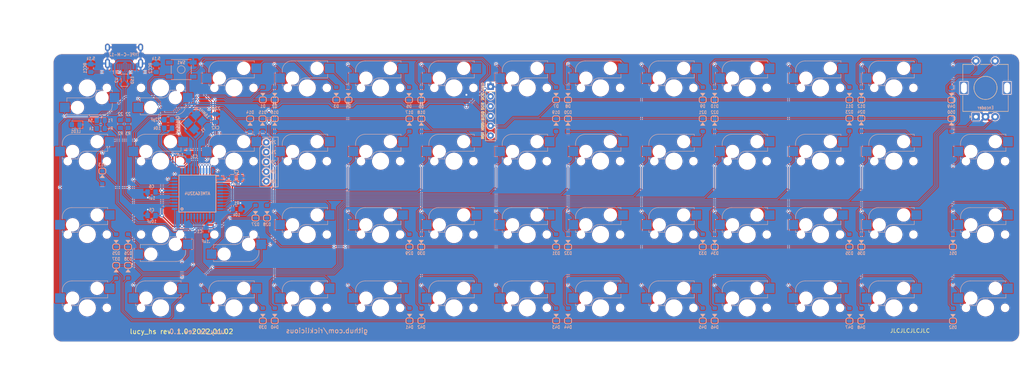
<source format=kicad_pcb>
(kicad_pcb (version 20211014) (generator pcbnew)
  (layers (0 "F.Cu" signal) (31 "B.Cu" signal) (34 "B.Paste" user) (35 "F.Paste" user) (36 "B.SilkS" user "B.Silkscreen") (37 "F.SilkS" user "F.Silkscreen") (38 "B.Mask" user) (39 "F.Mask" user) (44 "Edge.Cuts" user))
  (net 0 "")
  (net 1 "Net-(D1-Pad2)")
  (net 2 "Net-(D2-Pad2)")
  (net 3 "Net-(D3-Pad2)")
  (net 4 "Net-(D4-Pad2)")
  (net 5 "Net-(D5-Pad2)")
  (net 6 "Net-(D6-Pad2)")
  (net 7 "Net-(D7-Pad2)")
  (net 8 "Net-(D8-Pad2)")
  (net 9 "Net-(D9-Pad2)")
  (net 10 "Net-(D10-Pad2)")
  (net 11 "Net-(D11-Pad2)")
  (net 12 "Net-(D12-Pad2)")
  (net 13 "Net-(D13-Pad2)")
  (net 14 "Net-(D14-Pad2)")
  (net 15 "Net-(D15-Pad2)")
  (net 16 "Net-(D16-Pad2)")
  (net 17 "Net-(D17-Pad2)")
  (net 18 "Net-(D18-Pad2)")
  (net 19 "Net-(D19-Pad2)")
  (net 20 "Net-(D20-Pad2)")
  (net 21 "Net-(D21-Pad2)")
  (net 22 "Net-(D22-Pad2)")
  (net 23 "Net-(D23-Pad2)")
  (net 24 "Net-(D24-Pad2)")
  (net 25 "Net-(D25-Pad2)")
  (net 26 "Net-(D26-Pad2)")
  (net 27 "Net-(D27-Pad2)")
  (net 28 "Net-(D28-Pad2)")
  (net 29 "Net-(D29-Pad2)")
  (net 30 "Net-(D30-Pad2)")
  (net 31 "Net-(D31-Pad2)")
  (net 32 "Net-(D32-Pad2)")
  (net 33 "Net-(D33-Pad2)")
  (net 34 "Net-(D34-Pad2)")
  (net 35 "Net-(D35-Pad2)")
  (net 36 "Net-(D36-Pad2)")
  (net 37 "Net-(D37-Pad2)")
  (net 38 "Net-(D38-Pad2)")
  (net 39 "Net-(D39-Pad2)")
  (net 40 "Net-(D40-Pad2)")
  (net 41 "Net-(D41-Pad2)")
  (net 42 "Net-(D42-Pad2)")
  (net 43 "Net-(D43-Pad2)")
  (net 44 "Net-(D44-Pad2)")
  (net 45 "Net-(D45-Pad2)")
  (net 46 "Net-(D46-Pad2)")
  (net 47 "Net-(D47-Pad2)")
  (net 48 "Net-(D48-Pad2)")
  (net 49 "VCC")
  (net 50 "Net-(C6-Pad1)")
  (net 51 "XTAL1")
  (net 52 "XTAL2")
  (net 53 "row0")
  (net 54 "row1")
  (net 55 "row2")
  (net 56 "row3")
  (net 57 "D-")
  (net 58 "D+")
  (net 59 "col0")
  (net 60 "col1")
  (net 61 "col2")
  (net 62 "col3")
  (net 63 "col4")
  (net 64 "col5")
  (net 65 "col6")
  (net 66 "col7")
  (net 67 "col8")
  (net 68 "col9")
  (net 69 "col10")
  (net 70 "col11")
  (net 71 "Net-(R1-Pad2)")
  (net 72 "VBUS")
  (net 73 "Net-(J1-PadB5)")
  (net 74 "Net-(J1-PadA5)")
  (net 75 "ISP_Reset")
  (net 76 "Net-(D52-Pad2)")
  (net 77 "col12")
  (net 78 "GND")
  (net 79 "Net-(LED1-Pad2)")
  (net 80 "DBUS-")
  (net 81 "DBUS+")
  (net 82 "enc0a")
  (net 83 "enc0b")
  (net 84 "Net-(D49-Pad2)")
  (net 85 "Net-(D50-Pad2)")
  (net 86 "Net-(D51-Pad2)")
  (net 91 "Net-(J3-Pad1)")
  (net 92 "Net-(J4-Pad1)")
  (net 93 "Net-(J5-Pad1)")
  (net 94 "Net-(J6-Pad1)")
  (net 95 "Net-(J7-Pad1)")
  (footprint "MX_Only:MXOnly-1U-Hotswap" (layer "F.Cu") (at 124.990225 53.19395)
    (fp_text reference "K3")
    (fp_text value "KEYSW")
  )
  (footprint "MX_Only:MXOnly-1U-Hotswap" (layer "F.Cu") (at 201.190225 53.19395)
    (fp_text reference "K7")
    (fp_text value "KEYSW")
  )
  (footprint "MX_Only:MXOnly-1U-Hotswap" (layer "F.Cu") (at 182.140225 53.19395)
    (fp_text reference "K6")
    (fp_text value "KEYSW")
  )
  (footprint "MX_Only:MXOnly-1U-Hotswap" (layer "F.Cu") (at 163.090225 53.19395)
    (fp_text reference "K5")
    (fp_text value "KEYSW")
  )
  (footprint "MX_Only:MXOnly-1U-Hotswap" (layer "F.Cu") (at 86.890225 53.19395 180)
    (fp_text reference "K1")
    (fp_text value "KEYSW")
  )
  (footprint "MX_Only:MXOnly-1U-Hotswap" (layer "F.Cu") (at 220.240225 53.19395)
    (fp_text reference "K8")
    (fp_text value "KEYSW")
  )
  (footprint "MX_Only:MXOnly-1U-Hotswap" (layer "F.Cu") (at 239.290225 53.19395)
    (fp_text reference "K9")
    (fp_text value "KEYSW")
  )
  (footprint "MX_Only:MXOnly-1U-Hotswap" (layer "F.Cu") (at 86.890225 72.24395)
    (fp_text reference "K13")
    (fp_text value "KEYSW")
  )
  (footprint "MX_Only:MXOnly-1U-Hotswap" (layer "F.Cu") (at 105.940225 72.24395)
    (fp_text reference "K14")
    (fp_text value "KEYSW")
  )
  (footprint "MX_Only:MXOnly-1U-Hotswap" (layer "F.Cu") (at 144.045399 72.24395)
    (fp_text reference "K16")
    (fp_text value "KEYSW")
  )
  (footprint "MX_Only:MXOnly-1U-Hotswap" (layer "F.Cu") (at 277.390225 53.19395)
    (fp_text reference locked "K11")
    (fp_text value "KEYSW")
  )
  (footprint "MX_Only:MXOnly-1U-Hotswap" (layer "F.Cu") (at 163.090225 72.24395)
    (fp_text reference "K17")
    (fp_text value "KEYSW")
  )
  (footprint "MX_Only:MXOnly-1U-Hotswap" (layer "F.Cu") (at 182.140225 72.24395)
    (fp_text reference "K18")
    (fp_text value "KEYSW")
  )
  (footprint "MX_Only:MXOnly-1U-Hotswap" (layer "F.Cu") (at 201.190225 72.24395)
    (fp_text reference "K19")
    (fp_text value "KEYSW")
  )
  (footprint "MX_Only:MXOnly-1U-Hotswap" (layer "F.Cu") (at 105.940225 110.34395)
    (fp_text reference "K38")
    (fp_text value "KEYSW")
  )
  (footprint "MX_Only:MXOnly-1U-Hotswap" (layer "F.Cu") (at 124.990225 110.34395)
    (fp_text reference "K39")
    (fp_text value "KEYSW")
  )
  (footprint "MX_Only:MXOnly-1U-Hotswap" (layer "F.Cu") (at 144.040225 110.34395)
    (fp_text reference locked "K40")
    (fp_text value "KEYSW")
  )
  (footprint "MX_Only:MXOnly-1U-Hotswap" (layer "F.Cu") (at 163.090225 110.34395)
    (fp_text reference locked "K41")
    (fp_text value "KEYSW")
  )
  (footprint "MX_Only:MXOnly-1U-Hotswap" (layer "F.Cu") (at 182.140225 110.34395)
    (fp_text reference "K42")
    (fp_text value "KEYSW")
  )
  (footprint "MX_Only:MXOnly-1U-Hotswap" (layer "F.Cu") (at 220.240225 110.34395)
    (fp_text reference "K44")
    (fp_text value "KEYSW")
  )
  (footprint "MX_Only:MXOnly-1U-Hotswap" (layer "F.Cu") (at 239.290225 110.34395)
    (fp_text reference "K45")
    (fp_text value "KEYSW")
  )
  (footprint "MX_Only:MXOnly-1U-Hotswap" (layer "F.Cu") (at 258.340225 110.34395)
    (fp_text reference "K46")
    (fp_text value "KEYSW")
  )
  (footprint "MX_Only:MXOnly-1U-Hotswap" (layer "F.Cu") (at 277.390225 110.34395)
    (fp_text reference "K47")
    (fp_text value "KEYSW")
  )
  (footprint "MX_Only:MXOnly-1U-Hotswap" (layer "F.Cu") (at 201.190225 110.34395)
    (fp_text reference "K43")
    (fp_text value "KEYSW")
  )
  (footprint "MX_Only:MXOnly-1U-Hotswap" (layer "F.Cu") (at 277.390225 91.29395)
    (fp_text reference locked "K35")
    (fp_text value "KEYSW")
  )
  (footprint "MX_Only:MXOnly-1U-Hotswap" (layer "F.Cu") (at 258.340225 91.29395)
    (fp_text reference "K34")
    (fp_text value "KEYSW")
  )
  (footprint "MX_Only:MXOnly-1U-Hotswap" (layer "F.Cu") (at 220.240225 91.29395)
    (fp_text reference "K32")
    (fp_text value "KEYSW")
  )
  (footprint "MX_Only:MXOnly-1U-Hotswap" (layer "F.Cu") (at 182.140225 91.29395)
    (fp_text reference "K30")
    (fp_text value "KEYSW")
  )
  (footprint "MX_Only:MXOnly-1U-Hotswap" (layer "F.Cu") (at 144.040225 91.29395)
    (fp_text reference "K28")
    (fp_text value "KEYSW")
  )
  (footprint "MX_Only:MXOnly-1U-Hotswap" (layer "F.Cu") (at 86.890225 91.29395)
    (fp_text reference "K25")
    (fp_text value "KEYSW")
  )
  (footprint "MX_Only:MXOnly-1U-Hotswap" (layer "F.Cu") (at 163.090225 91.29395)
    (fp_text reference "K29")
    (fp_text value "KEYSW")
  )
  (footprint "MX_Only:MXOnly-1U-Hotswap" (layer "F.Cu") (at 296.440225 72.24395)
    (fp_text reference "K24")
    (fp_text value "KEYSW")
  )
  (footprint "MX_Only:MXOnly-1U-Hotswap" (layer "F.Cu") (at 124.990225 91.29395 180)
    (fp_text reference "K27")
    (fp_text value "KEYSW")
  )
  (footprint "MX_Only:MXOnly-1U-Hotswap" (layer "F.Cu") (at 105.940225 91.29395 180)
    (fp_text reference "K26")
    (fp_text value "KEYSW")
  )
  (footprint "MX_Only:MXOnly-1U-Hotswap" (layer "F.Cu") (at 258.340225 72.24395)
    (fp_text reference locked "K22")
    (fp_text value "KEYSW")
  )
  (footprint "MX_Only:MXOnly-1U-Hotswap" (layer "F.Cu") (at 239.290225 72.24395)
    (fp_text reference "K21")
    (fp_text value "KEYSW")
  )
  (footprint "MX_Only:MXOnly-1U-Hotswap" (layer "F.Cu") (at 277.390225 72.24395)
    (fp_text reference "K23")
    (fp_text value "KEYSW")
  )
  (footprint "MX_Only:MXOnly-1U-Hotswap" (layer "F.Cu") (at 296.440225 110.34395)
    (fp_text reference "K48")
    (fp_text value "KEYSW")
  )
  (footprint "MX_Only:MXOnly-1U-Hotswap" (layer "F.Cu") (at 296.440225 91.29395)
    (fp_text reference "K36")
    (fp_text value "KEYSW")
  )
  (footprint "MX_Only:MXOnly-1U-Hotswap" (layer "F.Cu") (at 296.440225 53.19395)
    (fp_text reference "K12")
    (fp_text value "KEYSW")
  )
  (footprint "Keebio-Parts:RotaryEncoder_EC11" (layer "F.Cu") (at 320.252725 53.19395 90)
    (fp_text reference "SW2")
    (fp_text value "Rotary_Encoder_Switch")
  )
  (footprint "MX_Only:MXOnly-1U-Hotswap" (layer "F.Cu") (at 105.940225 53.19395 180)
    (fp_text reference "K2")
    (fp_text value "KEYSW")
  )
  (footprint "MX_Only:MXOnly-1U-Hotswap" (layer "F.Cu") (at 144.040225 53.19395)
    (fp_text reference "K4")
    (fp_text value "KEYSW")
  )
  (footprint "MX_Only:MXOnly-1U-Hotswap" (layer "F.Cu") (at 320.252785 110.34423)
    (fp_text reference "K52")
    (fp_text value "KEYSW")
  )
  (footprint "MX_Only:MXOnly-1U-Hotswap" (layer "F.Cu") (at 320.252785 72.24407)
    (fp_text reference "K50")
    (fp_text value "KEYSW")
  )
  (footprint "MX_Only:MXOnly-1U-Hotswap" (layer "F.Cu") (at 320.252785 91.29415)
    (fp_text reference "K51")
    (fp_text value "KEYSW")
  )
  (footprint "MX_Only:MXOnly-1U-Hotswap" (layer "F.Cu") (at 201.190225 91.29395)
    (fp_text reference "K31")
    (fp_text value "KEYSW")
  )
  (footprint "MX_Only:MXOnly-1U-Hotswap" (layer "F.Cu") (at 239.290225 91.29395)
    (fp_text reference "K33")
    (fp_text value "KEYSW")
  )
  (footprint "MX_Only:MXOnly-1U-Hotswap" (layer "F.Cu") (at 86.890225 110.34395)
    (fp_text reference "K37")
    (fp_text value "KEYSW")
  )
  (footprint "MX_Only:MXOnly-1U-Hotswap" (layer "F.Cu") (at 258.340225 53.19395)
    (fp_text reference "K10")
    (fp_text value "KEYSW")
  )
  (footprint "MX_Only:MXOnly-1U-Hotswap" (layer "F.Cu") (at 124.990225 72.24395)
    (fp_text reference "K15")
    (fp_text value "KEYSW")
  )
  (footprint "MX_Only:MXOnly-1U-Hotswap" (layer "F.Cu") (at 220.240225 72.24395)
    (fp_text reference "K20")
    (fp_text value "KEYSW")
  )
  (footprint "Capacitor_SMD:C_0805_2012Metric_Pad1.18x1.45mm_HandSolder" (layer "B.Cu") (at 117.690625 90.55625 -90)
    (fp_text reference "C1")
    (fp_text value ".1uF")
  )
  (footprint "Keeb_footprints:D_SOD-123_modified" (layer "B.Cu") (at 97.490625 92.85625 90)
    (fp_text reference "D26")
    (fp_text value "D")
  )
  (footprint "Keeb_footprints:D_SOD-123_modified" (layer "B.Cu") (at 208.681415 62.85625 -90)
    (fp_text reference "D19")
    (fp_text value "D")
  )
  (footprint "Keeb_footprints:D_SOD-123_modified" (layer "B.Cu") (at 170.581415 62.85625 -90)
    (fp_text reference "D17")
    (fp_text value "D")
  )
  (footprint "Keeb_footprints:D_SOD-123_modified" (layer "B.Cu") (at 135.581415 62.85625 -90)
    (fp_text reference "D16")
    (fp_text value "D")
  )
  (footprint "Keeb_footprints:D_SOD-123_modified" (layer "B.Cu") (at 129.190625 62.85625 -90)
    (fp_text reference "D14")
    (fp_text value "D")
  )
  (footprint "Keeb_footprints:D_SOD-123_modified" (layer "B.Cu") (at 284.890625 54.65625 90)
    (fp_text reference "D11")
    (fp_text value "D")
  )
  (footprint "Keeb_footprints:D_SOD-123_modified" (layer "B.Cu") (at 249.881415 54.65625 90)
    (fp_text reference "D10")
    (fp_text value "D")
  )
  (footprint "Keeb_footprints:D_SOD-123_modified" (layer "B.Cu") (at 211.781415 54.65625 90)
    (fp_text reference "D8")
    (fp_text value "D")
  )
  (footprint "Keeb_footprints:D_SOD-123_modified" (layer "B.Cu") (at 208.681415 54.65625 90)
    (fp_text reference "D7")
    (fp_text value "D")
  )
  (footprint "Keeb_footprints:D_SOD-123_modified" (layer "B.Cu") (at 173.651789 54.683377 90)
    (fp_text reference "D6")
    (fp_text value "D")
  )
  (footprint "Keeb_footprints:D_SOD-123_modified" (layer "B.Cu") (at 170.476789 54.683377 90)
    (fp_text reference "D5")
    (fp_text value "D")
  )
  (footprint "Keeb_footprints:D_SOD-123_modified" (layer "B.Cu") (at 154.751789 54.65625 90)
    (fp_text reference "D4")
    (fp_text value "D")
  )
  (footprint "Keeb_footprints:D_SOD-123_modified" (layer "B.Cu") (at 287.990625 112.1 90)
    (fp_text reference "D48")
    (fp_text value "D")
  )
  (footprint "Keeb_footprints:D_SOD-123_modified" (layer "B.Cu") (at 284.890625 112.1 90)
    (fp_text reference "D47")
    (fp_text value "D")
  )
  (footprint "Keeb_footprints:D_SOD-123_modified" (layer "B.Cu") (at 249.890625 112.063123 90)
    (fp_text reference "D46")
    (fp_text value "D")
  )
  (footprint "Keeb_footprints:D_SOD-123_modified" (layer "B.Cu") (at 246.790625 112.05625 90)
    (fp_text reference "D45")
    (fp_text value "D")
  )
  (footprint "Keeb_footprints:D_SOD-123_modified" (layer "B.Cu") (at 211.783999 112.05625 90)
    (fp_text reference "D44")
    (fp_text value "D")
  )
  (footprint "Keeb_footprints:D_SOD-123_modified" (layer "B.Cu") (at 208.7 112.05625 90)
    (fp_text reference "D43")
    (fp_text value "D")
  )
  (footprint "Keeb_footprints:D_SOD-123_modified" (layer "B.Cu") (at 211.790625 92.85625 90)
    (fp_text reference "D32")
    (fp_text value "D")
  )
  (footprint "Keeb_footprints:D_SOD-123_modified" (layer "B.Cu") (at 284.890625 62.75625 -90)
    (fp_text reference "D23")
    (fp_text value "D")
  )
  (footprint "Keeb_footprints:D_SOD-123_modified" (layer "B.Cu") (at 208.690625 92.85625 90)
    (fp_text reference "D31")
    (fp_text value "D")
  )
  (footprint "Keeb_footprints:D_SOD-123_modified" (layer "B.Cu") (at 170.585999 92.85625 90)
    (fp_text reference "D29")
    (fp_text value "D")
  )
  (footprint "Keeb_footprints:D_SOD-123_modified" (layer "B.Cu") (at 130.590625 85.35625 90)
    (fp_text reference "D27")
    (fp_text value "D")
  )
  (footprint "Keeb_footprints:D_SOD-123_modified" (layer "B.Cu") (at 287.990625 62.75625 -90)
    (fp_text reference "D24")
    (fp_text value "D")
  )
  (footprint "Keeb_footprints:D_SOD-123_modified" (layer "B.Cu") (at 284.890625 92.85625 90)
    (fp_text reference "D35")
    (fp_text value "D")
  )
  (footprint "Keeb_footprints:D_SOD-123_modified" (layer "B.Cu") (at 249.890625 92.85625 90)
    (fp_text reference "D34")
    (fp_text value "D")
  )
  (footprint "Keeb_footprints:D_SOD-123_modified" (layer "B.Cu") (at 246.790625 92.85625 90)
    (fp_text reference "D33")
    (fp_text value "D")
  )
  (footprint "Keeb_footprints:D_SOD-123_modified" (layer "B.Cu") (at 173.690625 112.05625 90)
    (fp_text reference "D42")
    (fp_text value "D")
  )
  (footprint "Keeb_footprints:D_SOD-123_modified" (layer "B.Cu") (at 151.576789 54.65625 90)
    (fp_text reference "D3")
    (fp_text value "D")
  )
  (footprint "Keeb_footprints:D_SOD-123_modified" (layer "B.Cu") (at 211.781415 62.85625 -90)
    (fp_text reference "D20")
    (fp_text value "D")
  )
  (footprint "Keeb_footprints:ICSP-Header_small_pins" (layer "B.Cu") (at 191.665313 52.876454 180)
    (fp_text reference "J2" hide)
    (fp_text value "AVR-ISP-6_mod")
  )
  (footprint "Keeb_footprints:D_SOD-123_modified" (layer "B.Cu") (at 287.990625 54.65625 90)
    (fp_text reference "D12")
    (fp_text value "D")
  )
  (footprint "Keeb_footprints:D_SOD-123_modified" (layer "B.Cu") (at 311.790625 112.1 90)
    (fp_text reference "D52")
    (fp_text value "D")
  )
  (footprint "Keeb_footprints:D_SOD-123_modified" (layer "B.Cu") (at 311.390625 62.8 -90)
    (fp_text reference "D50")
    (fp_text value "D")
  )
  (footprint "Keeb_footprints:D_SOD-123_modified" (layer "B.Cu") (at 311.790625 92.85625 90)
    (fp_text reference "D51")
    (fp_text value "D")
  )
  (footprint "random-keyboard-parts:SKQG-1155865" (layer "B.Cu") (at 111.298058 48.431446)
    (fp_text reference "SW1")
    (fp_text value "SW_PUSH")
  )
  (footprint "Keebio-Parts:ATMEGA32U4-AU" (layer "B.Cu") (at 115.490625 80.65625)
    (fp_text reference "U1")
    (fp_text value "ATMEGA32U4")
  )
  (footprint "Capacitor_SMD:C_0805_2012Metric_Pad1.18x1.45mm_HandSolder" (layer "B.Cu") (at 113.190625 71.05625 90)
    (fp_text reference "C3")
    (fp_text value ".1uF")
  )
  (footprint "Capacitor_SMD:C_0805_2012Metric_Pad1.18x1.45mm_HandSolder" (layer "B.Cu") (at 120.190625 61.05625 90)
    (fp_text reference "CX2")
    (fp_text value "22pF")
  )
  (footprint "Capacitor_SMD:C_0805_2012Metric_Pad1.18x1.45mm_HandSolder" (layer "B.Cu") (at 107.890225 61.45625 180)
    (fp_text reference "CX1")
    (fp_text value "22pF")
  )
  (footprint "Crystal:Crystal_SMD_3225-4Pin_3.2x2.5mm_HandSoldering" (layer "B.Cu") (at 114.890625 62.05625 45)
    (fp_text reference "Y1")
    (fp_text value "16MHz")
  )
  (footprint "Fuse:Fuse_0805_2012Metric_Pad1.15x1.40mm_HandSolder" (layer "B.Cu") (at 90.390625 61.65625 180)
    (fp_text reference "F1")
    (fp_text value ".5A")
  )
  (footprint "Keeb_footprints:TYPE-C-31-M-12" (layer "B.Cu") (at 96.439825 48.363315)
    (fp_text reference "J1")
    (fp_text value "TYPE-C-31-M12_13")
  )
  (footprint "Resistor_SMD:R_0805_2012Metric_Pad1.15x1.40mm_HandSolder" (layer "B.Cu") (at 97.490625 62.55625 90)
    (fp_text reference "R3")
    (fp_text value "22")
  )
  (footprint "Resistor_SMD:R_0805_2012Metric_Pad1.15x1.40mm_HandSolder" (layer "B.Cu") (at 87.790625 48.05625 -90)
    (fp_text reference "RCC1")
    (fp_text value "5.1k")
  )
  (footprint "Resistor_SMD:R_0805_2012Metric_Pad1.15x1.40mm_HandSolder" (layer "B.Cu") (at 90.390625 63.75)
    (fp_text reference "R4")
    (fp_text value "1k")
  )
  (footprint "LED_SMD:LED_0805_2012Metric_Pad1.15x1.40mm_HandSolder" (layer "B.Cu") (at 83.890625 62.75625 180)
    (fp_text reference "LED1")
    (fp_text value "LED")
  )
  (footprint "Keeb_footprints:D_SOD-123_modified" (layer "B.Cu") (at 135.590625 112.05625 90)
    (fp_text reference "D40")
    (fp_text value "D")
  )
  (footprint "Keeb_footprints:D_SOD-123_modified" (layer "B.Cu") (at 132.490625 112.063123 90)
    (fp_text reference "D39")
    (fp_text value "D")
  )
  (footprint "Capacitor_SMD:C_0805_2012Metric_Pad1.18x1.45mm_HandSolder" (layer "B.Cu") (at 125.590625 76.55625)
    (fp_text reference "C2")
    (fp_text value ".1uF")
  )
  (footprint "Resistor_SMD:R_0805_2012Metric_Pad1.15x1.40mm_HandSolder" (layer "B.Cu") (at 95.490625 62.55625 90)
    (fp_text reference "R2")
    (fp_text value "22")
  )
  (footprint "Capacitor_SMD:C_0805_2012Metric_Pad1.18x1.45mm_HandSolder" (layer "B.Cu") (at 103.590625 86.35625 180)
    (fp_text reference "C5")
    (fp_text value "10uF")
  )
  (footprint "Capacitor_SMD:C_0805_2012Metric_Pad1.18x1.45mm_HandSolder" (layer "B.Cu") (at 103.590625 80.25625 180)
    (fp_text reference "C6")
    (fp_text value "1uF")
  )
  (footprint "Resistor_SMD:R_0805_2012Metric_Pad1.15x1.40mm_HandSolder" (layer "B.Cu") (at 125.690625 84.65625 180)
    (fp_text reference "R1")
    (fp_text value "10k")
  )
  (footprint "Keeb_footprints:D_SOD-123_modified" (layer "B.Cu") (at 90.790625 76.45625 -90)
    (fp_text reference "D13")
    (fp_text value "D")
  )
  (footprint "Keeb_footprints:D_SOD-123_modified" (layer "B.Cu") (at 94.390625 100.95625 -90)
    (fp_text reference "D37")
    (fp_text value "D")
  )
  (footprint "Keeb_footprints:D_SOD-123_modified" (layer "B.Cu") (at 97.490625 100.95625 -90)
    (fp_text reference "D38")
    (fp_text value "D")
  )
  (footprint "Keeb_footprints:D_SOD-123_modified" (layer "B.Cu") (at 170.590625 112.05625 90)
    (fp_text reference "D41")
    (fp_text value "D")
  )
  (footprint "Keeb_footprints:D_SOD-123_modified" (layer "B.Cu") (at 133.590625 85.35625 90)
    (fp_text reference "D28")
    (fp_text value "D")
  )
  (footprint "Keeb_footprints:D_SOD-123_modified" (layer "B.Cu") (at 173.65 92.85625 90)
    (fp_text reference "D30")
    (fp_text value "D")
  )
  (footprint "Keeb_footprints:D_SOD-123_modified" (layer "B.Cu") (at 287.990625 92.85625 90)
    (fp_text reference "D36")
    (fp_text value "D")
  )
  (footprint "Keeb_footprints:D_SOD-123_modified" (layer "B.Cu") (at 94.390625 92.85625 90)
    (fp_text reference "D25")
    (fp_text value "D")
  )
  (footprint "Keeb_footprints:D_SOD-123_modified" (layer "B.Cu") (at 135.581415 54.65625 90)
    (fp_text reference "D2")
    (fp_text value "D")
  )
  (footprint "Keeb_footprints:D_SOD-123_modified" (layer "B.Cu") (at 311.390625 54.7 90)
    (fp_text reference "D49")
    (fp_text value "D")
  )
  (footprint "Keeb_footprints:D_SOD-123_modified" (layer "B.Cu") (at 246.781415 54.65625 90)
    (fp_text reference "D9")
    (fp_text value "D")
  )
  (footprint "Keeb_footprints:D_SOD-123_modified" (layer "B.Cu") (at 132.490625 54.64995 90)
    (fp_text reference "D1")
    (fp_text value "D")
  )
  (footprint "Resistor_SMD:R_0805_2012Metric_Pad1.15x1.40mm_HandSolder" (layer "B.Cu") (at 107.890225 63.65625)
    (fp_text reference "RSW1")
    (fp_text value "10k")
  )
  (footprint "Keeb_footprints:D_SOD-123_modified" (layer "B.Cu") (at 249.881415 62.85625 -90)
    (fp_text reference "D22")
    (fp_text value "D")
  )
  (footprint "Keeb_footprints:D_SOD-123_modified" (layer "B.Cu") (at 246.781415 62.85625 -90)
    (fp_text reference "D21")
    (fp_text value "D")
  )
  (footprint "Keeb_footprints:D_SOD-123_modified" (layer "B.Cu") (at 173.681415 62.85625 -90)
    (fp_text reference "D18")
    (fp_text value "D")
  )
  (footprint "Keeb_footprints:D_SOD-123_modified" (layer "B.Cu") (at 132.431415 62.85625 -90)
    (fp_text reference "D15")
    (fp_text value "D")
  )
  (footprint "Resistor_SMD:R_0805_2012Metric_Pad1.15x1.40mm_HandSolder" (layer "B.Cu") (at 104.790625 48.05625 -90)
    (fp_text reference "RCC2")
    (fp_text value "5.1k")
  )
  (footprint "Keebio-Parts:SOT-143B" (layer "B.Cu") (at 96.490625 51.2 -90)
    (fp_text reference "U2")
    (fp_text value "PRTR5V0U2X" hide)
  )
  (footprint "TestPoint:TestPoint_Keystone_5000-5004_Miniature" (layer "B.Cu") (at 133.390225 72.41395 180)
    (fp_text reference "J5")
    (fp_text value "Conn_01x01")
  )
  (footprint "TestPoint:TestPoint_Keystone_5000-5004_Miniature" (layer "B.Cu") (at 133.390225 74.95395 180)
    (fp_text reference "J4")
    (fp_text value "Conn_01x01")
  )
  (footprint "TestPoint:TestPoint_Keystone_5000-5004_Miniature" (layer "B.Cu") (at 133.390225 77.49395 180)
    (fp_text reference "J3")
    (fp_text value "Conn_01x01")
  )
  (footprint "TestPoint:TestPoint_Keystone_5000-5004_Miniature" (layer "B.Cu") (at 133.390225 69.87395 180)
    (fp_text reference "J6")
    (fp_text value "Conn_01x01")
  )
  (footprint "TestPoint:TestPoint_Keystone_5000-5004_Miniature" (layer "B.Cu") (at 133.390225 67.33395 180)
    (fp_text reference "J7")
    (fp_text value "Conn_01x01")
  )
  (gr_line (start 131.690225 78.89395) (end 131.690225 68.69395) (layer "B.SilkS") (width 0.15))
  (gr_line (start 136.490225 78.89395) (end 136.490225 71.29395) (layer "B.SilkS") (width 0.15))
  (gr_line (start 136.490225 78.89395) (end 131.690225 78.89395) (layer "B.SilkS") (width 0.15))
  (gr_line (start 132.390225 65.99395) (end 136.490225 65.99395) (layer "B.SilkS") (width 0.15))
  (gr_line (start 136.490225 68.19395) (end 136.490225 65.99395) (layer "B.SilkS") (width 0.15))
  (gr_line (start 77.960522 116.892441) (end 77.96053 46.645507) (layer "Edge.Cuts") (width 0.05))
  (gr_arc (start 329.182624 116.892433) (mid 328.485169 118.576238) (end 326.801364 119.273693) (layer "Edge.Cuts") (width 0.05))
  (gr_arc (start 77.96053 46.645507) (mid 78.657985 44.961702) (end 80.34179 44.264247) (layer "Edge.Cuts") (width 0.05))
  (gr_line (start 329.182624 46.645507) (end 329.182624 116.892433) (layer "Edge.Cuts") (width 0.05))
  (gr_line (start 326.801364 119.273693) (end 80.341782 119.273701) (layer "Edge.Cuts") (width 0.05))
  (gr_line (start 80.34179 44.264247) (end 90.822441 44.264255) (layer "Edge.Cuts") (width 0.05))
  (gr_line (start 102.058809 44.264255) (end 326.801364 44.264247) (layer "Edge.Cuts") (width 0.05))
  (gr_arc (start 100.763385 41.583698) (mid 101.312977 41.811346) (end 101.540625 42.360938) (layer "Edge.Cuts") (width 0.05))
  (gr_line (start 92.117865 41.58375) (end 100.763385 41.583698) (layer "Edge.Cuts") (width 0.05))
  (gr_arc (start 91.340625 42.36099) (mid 91.568273 41.811398) (end 92.117865 41.58375) (layer "Edge.Cuts") (width 0.05))
  (gr_arc (start 91.340625 43.746071) (mid 91.188852 44.112482) (end 90.822441 44.264255) (layer "Edge.Cuts") (width 0.05))
  (gr_line (start 91.340625 42.36099) (end 91.340625 43.746071) (layer "Edge.Cuts") (width 0.05))
  (gr_line (start 101.540625 43.746071) (end 101.540625 42.360938) (layer "Edge.Cuts") (width 0.05))
  (gr_arc (start 102.058809 44.264255) (mid 101.692398 44.112482) (end 101.540625 43.746071) (layer "Edge.Cuts") (width 0.05))
  (gr_arc (start 326.801364 44.264247) (mid 328.485169 44.961702) (end 329.182624 46.645507) (layer "Edge.Cuts") (width 0.05))
  (gr_arc (start 80.341782 119.273701) (mid 78.657977 118.576246) (end 77.960522 116.892441) (layer "Edge.Cuts") (width 0.05))
  (gr_text "16MHz" (at 117.251188 59.742393 315) (layer "B.SilkS") (effects (font (size 0.8 0.7)) (justify mirror)))
  (gr_text "Encoder" (at 320.27947 58.34087) (layer "B.SilkS") (effects (font (size 0.8 0.7)) (justify mirror)))
  (gr_text "lucy_hs rev 1.0" (at 115.48288 116.5) (layer "B.SilkS") (effects (font (size 1.25 1.25) (thickness 0.2)) (justify mirror)))
  (gr_text "github.com/ricklicious" (at 149.13288 116.284314) (layer "B.SilkS") (effects (font (size 1.25 1.25) (thickness 0.2)) (justify mirror)))
  (gr_text "JLCJLCJLCJLC" (at 300.632625 116.284314) (layer "F.SilkS") (effects (font (size 1 1))))
  (gr_text "lucy_hs rev. 1.0 2022.01.02" (at 111.38288 116.5) (layer "F.SilkS") (effects (font (size 1.25 1.25) (thickness 0.2))))
  (segment (start 112.166068 58.59721) (end 111.1 58.59721) (width 0.25) (layer "F.Cu") (net 1))
  (segment (start 113.281639 57.481639) (end 112.281639 58.481639) (width 0.25) (layer "F.Cu") (net 1))
  (segment (start 91.7 60.5) (end 81 60.5) (width 0.25) (layer "F.Cu") (net 1))
  (segment (start 112.281639 58.481639) (end 112.166068 58.59721) (width 0.25) (layer "F.Cu") (net 1))
  (segment (start 111.1 58.59721) (end 107.633932 58.59721) (width 0.25) (layer "F.Cu") (net 1))
  (segment (start 107.633932 58.59721) (end 104.457211 55.420489) (width 0.25) (layer "F.Cu") (net 1))
  (segment (start 115.461707 55.297327) (end 113.281639 57.477395) (width 0.25) (layer "F.Cu") (net 1))
  (segment (start 96.779511 55.420489) (end 91.7 60.5) (width 0.25) (layer "F.Cu") (net 1))
  (segment (start 115.499733 55.297327) (end 115.461707 55.297327) (width 0.25) (layer "F.Cu") (net 1))
  (segment (start 113.281639 57.477395) (end 113.281639 57.481639) (width 0.25) (layer "F.Cu") (net 1))
  (segment (start 104.457211 55.420489) (end 96.779511 55.420489) (width 0.25) (layer "F.Cu") (net 1))
  (via (at 81 60.5) (size 0.65) (drill 0.35) (layers "F.Cu" "B.Cu") (net 1))
  (via (at 115.499733 55.297327) (size 0.65) (drill 0.35) (layers "F.Cu" "B.Cu") (net 1))
  (segment (start 81 58.322175) (end 81.048225 58.27395) (width 0.25) (layer "B.Cu") (net 1))
  (segment (start 122.693602 55.297327) (end 123.290225 55.89395) (width 0.25) (layer "B.Cu") (net 1))
  (segment (start 129.369327 55.89395) (end 132.263328 52.99995) (width 0.25) (layer "B.Cu") (net 1))
  (segment (start 132.263328 52.99995) (end 132.490625 52.99995) (width 0.25) (layer "B.Cu") (net 1))
  (segment (start 81 60.5) (end 81 58.322175) (width 0.25) (layer "B.Cu") (net 1))
  (segment (start 123.290225 55.89395) (end 129.369327 55.89395) (width 0.25) (layer "B.Cu") (net 1))
  (segment (start 115.499733 55.297327) (end 122.693602 55.297327) (width 0.25) (layer "B.Cu") (net 1))
  (segment (start 112.32327 58.97673) (end 115.223173 56.076827) (width 0.25) (layer "F.Cu") (net 2))
  (segment (start 115.223173 56.076827) (end 115.50176 56.076827) (width 0.25) (layer "F.Cu") (net 2))
  (segment (start 104.5 56) (end 107.47673 58.97673) (width 0.25) (layer "F.Cu") (net 2))
  (segment (start 100.1 56) (end 104.5 56) (width 0.25) (layer "F.Cu") (net 2))
  (segment (start 107.47673 58.97673) (end 112.32327 58.97673) (width 0.25) (layer "F.Cu") (net 2))
  (via (at 115.50176 56.076827) (size 0.65) (drill 0.35) (layers "F.Cu" "B.Cu") (net 2))
  (via (at 100.1 56) (size 0.65) (drill 0.35) (layers "F.Cu" "B.Cu") (net 2))
  (segment (start 100.1 58.272175) (end 100.098225 58.27395) (width 0.25) (layer "B.Cu") (net 2))
  (segment (start 118.907348 56.076827) (end 119.307328 55.676847) (width 0.25) (layer "B.Cu") (net 2))
  (segment (start 131.3 54.5) (end 134.087665 54.5) (width 0.25) (layer "B.Cu") (net 2))
  (segment (start 123.069745 56.27347) (end 129.526529 56.27347) (width 0.25) (layer "B.Cu") (net 2))
  (segment (start 100.1 56) (end 100.1 58.272175) (width 0.25) (layer "B.Cu") (net 2))
  (segment (start 122.473122 55.676847) (end 123.069745 56.27347) (width 0.25) (layer "B.Cu") (net 2))
  (segment (start 129.526529 56.27347) (end 131.3 54.5) (width 0.25) (layer "B.Cu") (net 2))
  (segment (start 134.087665 54.5) (end 135.581415 53.00625) (width 0.25) (layer "B.Cu") (net 2))
  (segment (start 115.50176 56.076827) (end 118.907348 56.076827) (width 0.25) (layer "B.Cu") (net 2))
  (segment (start 119.307328 55.676847) (end 122.473122 55.676847) (width 0.25) (layer "B.Cu") (net 2))
  (segment (start 140.83577 46.23577) (end 145.4 50.8) (width 0.25) (layer "B.Cu") (net 3))
  (segment (start 130.832225 48.11395) (end 132.710405 46.23577) (width 0.25) (layer "B.Cu") (net 3))
  (segment (start 132.710405 46.23577) (end 140.83577 46.23577) (width 0.25) (layer "B.Cu") (net 3))
  (segment (start 145.4 50.8) (end 149.370539 50.8) (width 0.25) (layer "B.Cu") (net 3))
  (segment (start 149.370539 50.8) (end 151.576789 53.00625) (width 0.25) (layer "B.Cu") (net 3))
  (segment (start 154.751789 52.983514) (end 149.882225 48.11395) (width 0.25) (layer "B.Cu") (net 4))
  (segment (start 154.751789 53.00625) (end 154.751789 52.983514) (width 0.25) (layer "B.Cu") (net 4))
  (segment (start 168.932225 51.488813) (end 168.932225 48.11395) (width 0.25) (layer "B.Cu") (net 5))
  (segment (start 170.476789 53.033377) (end 168.932225 51.488813) (width 0.25) (layer "B.Cu") (net 5))
  (segment (start 172.86423 46.23577) (end 172.3 46.8) (width 0.25) (layer "B.Cu") (net 6))
  (segment (start 186.104045 46.23577) (end 172.86423 46.23577) (width 0.25) (layer "B.Cu") (net 6))
  (segment (start 172.3 46.8) (end 172.3 51.681588) (width 0.25) (layer "B.Cu") (net 6))
  (segment (start 187.982225 48.11395) (end 186.104045 46.23577) (width 0.25) (layer "B.Cu") (net 6))
  (segment (start 172.3 51.681588) (end 173.651789 53.033377) (width 0.25) (layer "B.Cu") (net 6))
  (segment (start 207.032225 48.11395) (end 207.032225 51.35706) (width 0.25) (layer "B.Cu") (net 7))
  (segment (start 207.032225 51.35706) (end 208.681415 53.00625) (width 0.25) (layer "B.Cu") (net 7))
  (segment (start 225.2 45.9) (end 211.6 45.9) (width 0.25) (layer "B.Cu") (net 8))
  (segment (start 226.082225 46.782225) (end 225.2 45.9) (width 0.25) (layer "B.Cu") (net 8))
  (segment (start 210.8 46.7) (end 210.8 52.024835) (width 0.25) (layer "B.Cu") (net 8))
  (segment (start 210.8 52.024835) (end 211.781415 53.00625) (width 0.25) (layer "B.Cu") (net 8))
  (segment (start 226.082225 48.11395) (end 226.082225 46.782225) (width 0.25) (layer "B.Cu") (net 8))
  (segment (start 211.6 45.9) (end 210.8 46.7) (width 0.25) (layer "B.Cu") (net 8))
  (segment (start 245.132225 51.35706) (end 246.781415 53.00625) (width 0.25) (layer "B.Cu") (net 9))
  (segment (start 245.132225 48.11395) (end 245.132225 51.35706) (width 0.25) (layer "B.Cu") (net 9))
  (segment (start 248.8 51.924835) (end 249.881415 53.00625) (width 0.25) (layer "B.Cu") (net 10))
  (segment (start 248.8 47.1) (end 248.8 51.924835) (width 0.25) (layer "B.Cu") (net 10))
  (segment (start 250 45.9) (end 248.8 47.1) (width 0.25) (layer "B.Cu") (net 10))
  (segment (start 264.182225 46.782225) (end 263.3 45.9) (width 0.25) (layer "B.Cu") (net 10))
  (segment (start 263.3 45.9) (end 250 45.9) (width 0.25) (layer "B.Cu") (net 10))
  (segment (start 264.182225 48.11395) (end 264.182225 46.782225) (width 0.25) (layer "B.Cu") (net 10))
  (segment (start 284.890625 53.00625) (end 283.232225 51.34785) (width 0.25) (layer "B.Cu") (net 11))
  (segment (start 283.232225 51.34785) (end 283.232225 48.11395) (width 0.25) (layer "B.Cu") (net 11))
  (segment (start 288.190625 45.75625) (end 286.890625 47.05625) (width 0.25) (layer "B.Cu") (net 12))
  (segment (start 302.282225 48.11395) (end 302.282225 46.14785) (width 0.25) (layer "B.Cu") (net 12))
  (segment (start 302.282225 46.14785) (end 301.890625 45.75625) (width 0.25) (layer "B.Cu") (net 12))
  (segment (start 286.890625 51.90625) (end 287.990625 53.00625) (width 0.25) (layer "B.Cu") (net 12))
  (segment (start 301.890625 45.75625) (end 288.190625 45.75625) (width 0.25) (layer "B.Cu") (net 12))
  (segment (start 286.890625 47.05625) (end 286.890625 51.90625) (width 0.25) (layer "B.Cu") (net 12))
  (segment (start 89.5 76.815625) (end 90.790625 78.10625) (width 0.25) (layer "B.Cu") (net 13))
  (segment (start 89.5 70.396175) (end 92.732225 67.16395) (width 0.25) (layer "B.Cu") (net 13))
  (segment (start 89.5 76.815625) (end 89.5 70.396175) (width 0.25) (layer "B.Cu") (net 13))
  (segment (start 118.5 58.627448) (end 114.272552 58.627448) (width 0.25) (layer "F.Cu") (net 14))
  (segment (start 113.16423 59.73577) (end 111.36423 59.73577) (width 0.25) (layer "F.Cu") (net 14))
  (segment (start 110.7 60.4) (end 110.7 65) (width 0.25) (layer "F.Cu") (net 14))
  (segment (start 111.36423 59.73577) (end 110.7 60.4) (width 0.25) (layer "F.Cu") (net 14))
  (segment (start 114.272552 58.627448) (end 113.16423 59.73577) (width 0.25) (layer "F.Cu") (net 14))
  (via (at 110.7 65) (size 0.65) (drill 0.35) (layers "F.Cu" "B.Cu") (net 14))
  (via (at 118.5 58.627448) (size 0.65) (drill 0.35) (layers "F.Cu" "B.Cu") (net 14))
  (segment (start 111.782225 67.16395) (end 111.782225 66.082225) (width 0.25) (layer "B.Cu") (net 14))
  (segment (start 111.782225 66.082225) (end 110.7 65) (width 0.25) (layer "B.Cu") (net 14))
  (segment (start 128.203902 64.50625) (end 129.190625 64.50625) (width 0.25) (layer "B.Cu") (net 14))
  (segment (start 118.5 58.627448) (end 122.3251 58.627448) (width 0.25) (layer "B.Cu") (net 14))
  (segment (start 122.3251 58.627448) (end 128.203902 64.50625) (width 0.25) (layer "B.Cu") (net 14))
  (segment (start 130.832225 66.10544) (end 130.832225 67.16395) (width 0.25) (layer "B.Cu") (net 15))
  (segment (start 132.431415 64.50625) (end 130.832225 66.10544) (width 0.25) (layer "B.Cu") (net 15))
  (segment (start 135.581415 64.50625) (end 147.229699 64.50625) (width 0.25) (layer "B.Cu") (net 16))
  (segment (start 147.229699 64.50625) (end 149.887399 67.16395) (width 0.25) (layer "B.Cu") (net 16))
  (segment (start 168.932225 66.15544) (end 168.932225 67.16395) (width 0.25) (layer "B.Cu") (net 17))
  (segment (start 170.581415 64.50625) (end 168.932225 66.15544) (width 0.25) (layer "B.Cu") (net 17))
  (segment (start 185.324525 64.50625) (end 187.982225 67.16395) (width 0.25) (layer "B.Cu") (net 18))
  (segment (start 173.681415 64.50625) (end 185.324525 64.50625) (width 0.25) (layer "B.Cu") (net 18))
  (segment (start 208.681415 65.51476) (end 207.032225 67.16395) (width 0.25) (layer "B.Cu") (net 19))
  (segment (start 208.681415 64.50625) (end 208.681415 65.51476) (width 0.25) (layer "B.Cu") (net 19))
  (segment (start 223.424525 64.50625) (end 226.082225 67.16395) (width 0.25) (layer "B.Cu") (net 20))
  (segment (start 211.781415 64.50625) (end 223.424525 64.50625) (width 0.25) (layer "B.Cu") (net 20))
  (segment (start 246.781415 64.50625) (end 246.781415 65.51476) (width 0.25) (layer "B.Cu") (net 21))
  (segment (start 246.781415 65.51476) (end 245.132225 67.16395) (width 0.25) (layer "B.Cu") (net 21))
  (segment (start 261.524525 64.50625) (end 264.182225 67.16395) (width 0.25) (layer "B.Cu") (net 22))
  (segment (start 249.881415 64.50625) (end 261.524525 64.50625) (width 0.25) (layer "B.Cu") (net 22))
  (segment (start 284.890625 65.50555) (end 283.232225 67.16395) (width 0.25) (layer "B.Cu") (net 23))
  (segment (start 284.890625 64.40625) (end 284.890625 65.50555) (width 0.25) (layer "B.Cu") (net 23))
  (segment (start 299.524525 64.40625) (end 302.282225 67.16395) (width 0.25) (layer "B.Cu") (net 24))
  (segment (start 287.990625 64.40625) (end 299.524525 64.40625) (width 0.25) (layer "B.Cu") (net 24))
  (segment (start 92.732225 89.54785) (end 92.732225 86.21395) (width 0.25) (layer "B.Cu") (net 25))
  (segment (start 94.390625 91.20625) (end 92.732225 89.54785) (width 0.25) (layer "B.Cu") (net 25))
  (segment (start 100.098225 96.37395) (end 100.098225 93.81385) (width 0.25) (layer "B.Cu") (net 26))
  (segment (start 100.098225 93.81385) (end 97.490625 91.20625) (width 0.25) (layer "B.Cu") (net 26))
  (segment (start 122.1 87.7) (end 123.5 86.3) (width 0.25) (layer "B.Cu") (net 27))
  (segment (start 119.148225 96.37395) (end 119.148225 94.951775) (width 0.25) (layer "B.Cu") (net 27))
  (segment (start 127.996875 86.3) (end 130.590625 83.70625) (width 0.25) (layer "B.Cu") (net 27))
  (segment (start 123.5 86.3) (end 127.996875 86.3) (width 0.25) (layer "B.Cu") (net 27))
  (segment (start 119.148225 94.951775) (end 122.1 92) (width 0.25) (layer "B.Cu") (net 27))
  (segment (start 122.1 92) (end 122.1 87.7) (width 0.25) (layer "B.Cu") (net 27))
  (segment (start 149.882225 86.21395) (end 149.882225 83.582225) (width 0.25) (layer "B.Cu") (net 28))
  (segment (start 149.882225 83.582225) (end 148.9 82.6) (width 0.25) (layer "B.Cu") (net 28))
  (segment (start 148.9 82.6) (end 134.696875 82.6) (width 0.25) (layer "B.Cu") (net 28))
  (segment (start 134.696875 82.6) (end 133.590625 83.70625) (width 0.25) (layer "B.Cu") (net 28))
  (segment (start 170.585999 91.20625) (end 168.932225 89.552476) (width 0.25) (layer "B.Cu") (net 29))
  (segment (start 168.932225 89.552476) (end 168.932225 86.21395) (width 0.25) (layer "B.Cu") (net 29))
  (segment (start 172.6 90.15625) (end 173.65 91.20625) (width 0.25) (layer "B.Cu") (net 30))
  (segment (start 172.6 85.3) (end 172.6 90.15625) (width 0.25) (layer "B.Cu") (net 30))
  (segment (start 185.868275 84.1) (end 173.8 84.1) (width 0.25) (layer "B.Cu") (net 30))
  (segment (start 187.982225 86.21395) (end 185.868275 84.1) (width 0.25) (layer "B.Cu") (net 30))
  (segment (start 173.8 84.1) (end 172.6 85.3) (width 0.25) (layer "B.Cu") (net 30))
  (segment (start 207.032225 89.54785) (end 208.690625 91.20625) (width 0.25) (layer "B.Cu") (net 31))
  (segment (start 207.032225 86.21395) (end 207.032225 89.54785) (width 0.25) (layer "B.Cu") (net 31))
  (segment (start 211.80759 84.09241) (end 210.7 85.2) (width 0.25) (layer "B.Cu") (net 32))
  (segment (start 226.082225 86.21395) (end 223.960685 84.09241) (width 0.25) (layer "B.Cu") (net 32))
  (segment (start 223.960685 84.09241) (end 211.80759 84.09241) (width 0.25) (layer "B.Cu") (net 32))
  (segment (start 210.7 90.115625) (end 211.790625 91.20625) (width 0.25) (layer "B.Cu") (net 32))
  (segment (start 210.7 85.2) (end 210.7 90.115625) (width 0.25) (layer "B.Cu") (net 32))
  (segment (start 245.132225 89.54785) (end 246.790625 91.20625) (width 0.25) (layer "B.Cu") (net 33))
  (segment (start 245.132225 86.21395) (end 245.132225 89.54785) (width 0.25) (layer "B.Cu") (net 33))
  (segment (start 264.182225 86.21395) (end 262.060685 84.09241) (width 0.25) (layer "B.Cu") (net 34))
  (segment (start 262.060685 84.09241) (end 250.00759 84.09241) (width 0.25) (layer "B.Cu") (net 34))
  (segment (start 248.8 85.3) (end 248.8 90.115625) (width 0.25) (layer "B.Cu") (net 34))
  (segment (start 248.8 90.115625) (end 249.890625 91.20625) (width 0.25) (layer "B.Cu") (net 34))
  (segment (start 250.00759 84.09241) (end 248.8 85.3) (width 0.25) (layer "B.Cu") (net 34))
  (segment (start 283.232225 89.54785) (end 284.890625 91.20625) (width 0.25) (layer "B.Cu") (net 35))
  (segment (start 283.232225 86.21395) (end 283.232225 89.54785) (width 0.25) (layer "B.Cu") (net 35))
  (segment (start 286.9 90.115625) (end 287.990625 91.20625) (width 0.25) (layer "B.Cu") (net 36))
  (segment (start 300.160685 84.09241) (end 288.00759 84.09241) (width 0.25) (layer "B.Cu") (net 36))
  (segment (start 302.282225 86.21395) (end 300.160685 84.09241) (width 0.25) (layer "B.Cu") (net 36))
  (segment (start 288.00759 84.09241) (end 286.9 85.2) (width 0.25) (layer "B.Cu") (net 36))
  (segment (start 286.9 85.2) (end 286.9 90.115625) (width 0.25) (layer "B.Cu") (net 36))
  (segment (start 92.732225 104.26465) (end 94.390625 102.60625) (width 0.25) (layer "B.Cu") (net 37))
  (segment (start 92.732225 105.26395) (end 92.732225 104.26465) (width 0.25) (layer "B.Cu") (net 37))
  (segment (start 98.570325 113.333603) (end 96.27952 111.042798) (width 0.25) (layer "B.Cu") (net 38))
  (segment (start 96.27952 103.817355) (end 97.490625 102.60625) (width 0.25) (layer "B.Cu") (net 38))
  (segment (start 96.27952 111.042798) (end 96.27952 103.817355) (width 0.25) (layer "B.Cu") (net 38))
  (segment (start 109.1 109.6) (end 109.1 112.5) (width 0.25) (layer "B.Cu") (net 38))
  (segment (start 108.266397 113.333603) (end 98.570325 113.333603) (width 0.25) (layer "B.Cu") (net 38))
  (segment (start 109.1 112.5) (end 108.266397 113.333603) (width 0.25) (layer "B.Cu") (net 38))
  (segment (start 111.782225 105.26395) (end 111.782225 106.917775) (width 0.25) (layer "B.Cu") (net 38))
  (segment (start 111.782225 106.917775) (end 109.1 109.6) (width 0.25) (layer "B.Cu") (net 38))
  (segment (start 132.490625 110.413123) (end 130.832225 108.754723) (width 0.25) (layer "B.Cu") (net 39))
  (segment (start 130.832225 108.754723) (end 130.832225 105.26395) (width 0.25) (layer "B.Cu") (net 39))
  (segment (start 149.882225 103.282225) (end 148.6 102) (width 0.25) (layer "B.Cu") (net 40))
  (segment (start 134.4 109.215625) (end 135.590625 110.40625) (width 0.25) (layer "B.Cu") (net 40))
  (segment (start 149.882225 105.26395) (end 149.882225 103.282225) (width 0.25) (layer "B.Cu") (net 40))
  (segment (start 134.4 103.4) (end 134.4 109.215625) (width 0.25) (layer "B.Cu") (net 40))
  (segment (start 148.6 102) (end 135.8 102) (width 0.25) (layer "B.Cu") (net 40))
  (segment (start 135.8 102) (end 134.4 103.4) (width 0.25) (layer "B.Cu") (net 40))
  (segment (start 168.932225 105.26395) (end 168.932225 108.74785) (width 0.25) (layer "B.Cu") (net 41))
  (segment (start 168.932225 108.74785) (end 170.590625 110.40625) (width 0.25) (layer "B.Cu") (net 41))
  (segment (start 173.46144 101.93856) (end 172.5 102.9) (width 0.25) (layer "B.Cu") (net 42))
  (segment (start 172.5 102.9) (end 172.5 109.215625) (width 0.25) (layer "B.Cu") (net 42))
  (segment (start 187 101.93856) (end 173.46144 101.93856) (width 0.25) (layer "B.Cu") (net 42))
  (segment (start 172.5 109.215625) (end 173.690625 110.40625) (width 0.25) (layer "B.Cu") (net 42))
  (segment (start 187.982225 102.920785) (end 187 101.93856) (width 0.25) (layer "B.Cu") (net 42))
  (segment (start 187.982225 105.26395) (end 187.982225 102.920785) (width 0.25) (layer "B.Cu") (net 42))
  (segment (start 207.032225 108.738475) (end 208.7 110.40625) (width 0.25) (layer "B.Cu") (net 43))
  (segment (start 207.032225 105.26395) (end 207.032225 108.738475) (width 0.25) (layer "B.Cu") (net 43))
  (segment (start 211.56144 101.93856) (end 210.8 102.7) (width 0.25) (layer "B.Cu") (net 44))
  (segment (start 225.1 101.93856) (end 211.56144 101.93856) (width 0.25) (layer "B.Cu") (net 44))
  (segment (start 210.8 109.422251) (end 211.783999 110.40625) (width 0.25) (layer "B.Cu") (net 44))
  (segment (start 210.8 102.7) (end 210.8 109.422251) (width 0.25) (layer "B.Cu") (net 44))
  (segment (start 226.082225 105.26395) (end 226.082225 102.920785) (width 0.25) (layer "B.Cu") (net 44))
  (segment (start 226.082225 102.920785) (end 225.1 101.93856) (width 0.25) (layer "B.Cu") (net 44))
  (segment (start 245.132225 108.74785) (end 246.790625 110.40625) (width 0.25) (layer "B.Cu") (net 45))
  (segment (start 245.132225 105.26395) (end 245.132225 108.74785) (width 0.25) (layer "B.Cu") (net 45))
  (segment (start 264.182225 103.020785) (end 263.1 101.93856) (width 0.25) (layer "B.Cu") (net 46))
  (segment (start 249.86144 101.93856) (end 248.8 103) (width 0.25) (layer "B.Cu") (net 46))
  (segment (start 263.1 101.93856) (end 249.86144 101.93856) (width 0.25) (layer "B.Cu") (net 46))
  (segment (start 248.8 103) (end 248.8 109.322498) (width 0.25) (layer "B.Cu") (net 46))
  (segment (start 264.182225 105.26395) (end 264.182225 103.020785) (width 0.25) (layer "B.Cu") (net 46))
  (segment (start 248.8 109.322498) (end 249.890625 110.413123) (width 0.25) (layer "B.Cu") (net 46))
  (segment (start 283.232225 108.7916) (end 284.890625 110.45) (width 0.25) (layer "B.Cu") (net 47))
  (segment (start 283.232225 105.26395) (end 283.232225 108.7916) (width 0.25) (layer "B.Cu") (net 47))
  (segment (start 302.282225 103.182225) (end 301.1 102) (width 0.25) (layer "B.Cu") (net 48))
  (segment (start 287.1 109.559375) (end 287.990625 110.45) (width 0.25) (layer "B.Cu") (net 48))
  (segment (start 288.3 102) (end 287.1 103.2) (width 0.25) (layer "B.Cu") (net 48))
  (segment (start 302.282225 105.26395) (end 302.282225 103.182225) (width 0.25) (layer "B.Cu") (net 48))
  (segment (start 287.1 103.2) (end 287.1 109.559375) (width 0.25) (layer "B.Cu") (net 48))
  (segment (start 301.1 102) (end 288.3 102) (width 0.25) (layer "B.Cu") (net 48))
  (segment (start 109.090625 89.15625) (end 111.490625 89.15625) (width 0.4) (layer "F.Cu") (net 49))
  (segment (start 109.090625 73.95625) (end 109.090625 70.65625) (width 0.4) (layer "F.Cu") (net 49))
  (segment (start 106.290625 79.85625) (end 106.290625 76.75625) (width 0.4) (layer "F.Cu") (net 49))
  (segment (start 106.290625 86.35625) (end 109.090625 89.15625) (width 0.4) (layer "F.Cu") (net 49))
  (segment (start 190.195125 53.35625) (end 185.495125 58.05625) (width 0.4) (layer "F.Cu") (net 49))
  (segment (start 106.290625 76.75625) (end 109.090625 73.95625) (width 0.4) (layer "F.Cu") (net 49))
  (segment (start 185.495125 58.05625) (end 185.390625 58.05625) (width 0.4) (layer "F.Cu") (net 49))
  (segment (start 106.290625 86.35625) (end 106.290625 79.85625) (width 0.4) (layer "F.Cu") (net 49))
  (segment (start 111.490625 89.15625) (end 117.85625 89.15625) (width 0.4) (layer "F.Cu") (net 49))
  (segment (start 124.590625 84.209375) (end 124.590625 78.25625) (width 0.4) (layer "F.Cu") (net 49))
  (segment (start 118.2125 88.8) (end 117.85625 89.15625) (width 0.4) (layer "F.Cu") (net 49))
  (segment (start 120 88.8) (end 124.590625 84.209375) (width 0.4) (layer "F.Cu") (net 49))
  (segment (start 134.090625 62.25625) (end 134.090625 59.05625) (width 0.4) (layer "F.Cu") (net 49))
  (segment (start 120 88.8) (end 118.2125 88.8) (width 0.4) (layer "F.Cu") (net 49))
  (via (at 134.090625 59.05625) (size 0.9) (drill 0.5) (layers "F.Cu" "B.Cu") (net 49))
  (via (at 106.290625 79.85625) (size 0.9) (drill 0.5) (layers "F.Cu" "B.Cu") (net 49))
  (via (at 134.090625 62.25625) (size 0.9) (drill 0.5) (layers "F.Cu" "B.Cu") (net 49))
  (via (at 111.490625 89.15625) (size 0.9) (drill 0.5) (layers "F.Cu" "B.Cu") (net 49))
  (via (at 120 88.8) (size 0.9) (drill 0.5) (layers "F.Cu" "B.Cu") (net 49))
  (via (at 124.590625 78.25625) (size 0.9) (drill 0.5) (layers "F.Cu" "B.Cu") (net 49))
  (via (at 185.390625 58.05625) (size 0.9) (drill 0.5) (layers "F.Cu" "B.Cu") (net 49))
  (via (at 106.290625 86.35625) (size 0.9) (drill 0.5) (layers "F.Cu" "B.Cu") (net 49))
  (via (at 190.195125 53.35625) (size 0.9) (drill 0.5) (layers "F.Cu" "B.Cu") (net 49))
  (via (at 109.090625 70.65625) (size 0.9) (drill 0.5) (layers "F.Cu" "B.Cu") (net 49))
  (segment (start 117.690625 89.53125) (end 117.721875 89.5) (width 0.4) (layer "B.Cu") (net 49))
  (segment (start 107.030469 64.834194) (end 106.090625 65.774038) (width 0.4) (layer "B.Cu") (net 49))
  (segment (start 107.737281 64.834194) (end 107.030469 64.834194) (width 0.4) (layer "B.Cu") (net 49))
  (segment (start 94.890625 82.85625) (end 94.890625 65.35625) (width 0.4) (layer "B.Cu") (net 49))
  (segment (start 106.090625 67.95625) (end 108.790625 70.65625) (width 0.4) (layer "B.Cu") (net 49))
  (segment (start 108.790625 70.65625) (end 109.090625 70.65625) (width 0.4) (layer "B.Cu") (net 49))
  (segment (start 136.478893 58.11077) (end 135.036105 58.11077) (width 0.4) (layer "B.Cu") (net 49))
  (segment (start 113.190625 72.08125) (end 113.190625 74.65625) (width 0.4) (layer "B.Cu") (net 49))
  (segment (start 168.547837 57.15625) (end 156.756633 57.15625) (width 0.4) (layer "B.Cu") (net 49))
  (segment (start 134.790625 78.35625) (end 134.790625 65.95625) (width 0.4) (layer "B.Cu") (net 49))
  (segment (start 106.290625 79.85625) (end 109.590625 79.85625) (width 0.4) (layer "B.Cu") (net 49))
  (segment (start 119.040625 88.15625) (end 119.490625 87.70625) (width 0.4) (layer "B.Cu") (net 49))
  (segment (start 117.690625 88.85625) (end 118.390625 88.15625) (width 0.4) (layer "B.Cu") (net 49))
  (segment (start 91.415625 63.75) (end 91.415625 61.65625) (width 0.4) (layer "B.Cu") (net 49))
  (segment (start 104.615625 86.35625) (end 104.615625 86.43125) (width 0.4) (layer "B.Cu") (net 49))
  (segment (start 117.690625 89.53125) (end 117.690625 88.85625) (width 0.4) (layer "B.Cu") (net 49))
  (segment (start 134.190625 65.35625) (end 134.090625 65.25625) (width 0.4) (layer "B.Cu") (net 49))
  (segment (start 119.490625 87.70625) (end 119.490625 86.55625) (width 0.4) (layer "B.Cu") (net 49))
  (segment (start 137.433413 57.15625) (end 136.478893 58.11077) (width 0.4) (layer "B.Cu") (net 49))
  (segment (start 113.190625 74.65625) (end 113.090625 74.75625) (width 0.4) (layer "B.Cu") (net 49))
  (segment (start 119.3 89.5) (end 120 88.8) (width 0.4) (layer "B.Cu") (net 49))
  (segment (start 190.195125 53.946266) (end 190.195125 53.35625) (width 0.4) (layer "B.Cu") (net 49))
  (segment (start 109.590625 83.85625) (end 107.090625 83.85625) (width 0.4) (layer "B.Cu") (net 49))
  (segment (start 93.284375 63.75) (end 91.415625 63.75) (width 0.4) (layer "B.Cu") (net 49))
  (segment (start 124.590625 78.25625) (end 124.590625 76.58125) (width 0.4) (layer "B.Cu") (net 49))
  (segment (start 100.036105 88.00173) (end 94.890625 82.85625) (width 0.4) (layer "B.Cu") (net 49))
  (segment (start 122.490625 77.45625) (end 121.390625 77.45625) (width 0.4) (layer "B.Cu") (net 49))
  (segment (start 149.647837 57.15625) (end 137.433413 57.15625) (width 0.4) (layer "B.Cu") (net 49))
  (segment (start 117.721875 89.5) (end 119.3 89.5) (width 0.4) (layer "B.Cu") (net 49))
  (segment (start 134.090625 65.25625) (end 134.090625 62.25625) (width 0.4) (layer "B.Cu") (net 49))
  (segment (start 150.602357 58.11077) (end 149.647837 57.15625) (width 0.4) (layer "B.Cu") (net 49))
  (segment (start 104.615625 86.43125) (end 103.045145 88.00173) (width 0.4) (layer "B.Cu") (net 49))
  (segment (start 104.615625 86.35625) (end 106.290625 86.35625) (width 0.4) (layer "B.Cu") (net 49))
  (segment (start 106.290625 84.65625) (end 106.290625 86.35625) (width 0.4) (layer "B.Cu") (net 49))
  (segment (start 123.390625 76.55625) (end 122.490625 77.45625) (width 0.4) (layer "B.Cu") (net 49))
  (segment (start 125.397545 79.06317) (end 134.083705 79.06317) (width 0.4) (layer "B.Cu") (net 49))
  (segment (start 118.390625 88.15625) (end 119.040625 88.15625) (width 0.4) (layer "B.Cu") (net 49))
  (segment (start 191.665313 55.416454) (end 190.195125 53.946266) (width 0.4) (layer "B.Cu") (net 49))
  (segment (start 94.890625 65.35625) (end 93.284375 63.75) (width 0.4) (layer "B.Cu") (net 49))
  (segment (start 169.502357 58.11077) (end 168.547837 57.15625) (width 0.4) (layer "B.Cu") (net 49))
  (segment (start 109.090625 70.65625) (end 111.765625 70.65625) (width 0.4) (layer "B.Cu") (net 49))
  (segment (start 134.790625 65.95625) (end 134.190625 65.35625) (width 0.4) (layer "B.Cu") (net 49))
  (segment (start 135.036105 58.11077) (end 134.090625 59.05625) (width 0.4) (layer "B.Cu") (net 49))
  (segment (start 106.090625 65.774038) (end 106.090625 67.95625) (width 0.4) (layer "B.Cu") (net 49))
  (segment (start 174.778893 58.11077) (end 169.502357 58.11077) (width 0.4) (layer "B.Cu") (net 49))
  (segment (start 124.565625 76.55625) (end 123.390625 76.55625) (width 0.4) (layer "B.Cu") (net 49))
  (segment (start 107.090625 83.85625) (end 106.290625 84.65625) (width 0.4) (layer "B.Cu") (net 49))
  (segment (start 155.802113 58.11077) (end 150.602357 58.11077) (width 0.4) (layer "B.Cu") (net 49))
  (segment (start 124.590625 76.58125) (end 124.565625 76.55625) (width 0.4) (layer "B.Cu") (net 49))
  (segment (start 108.915225 63.65625) (end 107.737281 64.834194) (width 0.4) (layer "B.Cu") (net 49))
  (segment (start 111.490625 89.15625) (end 111.490625 86.55625) (width 0.4) (layer "B.Cu") (net 49))
  (segment (start 103.045145 88.00173) (end 100.036105 88.00173) (width 0.4) (layer "B.Cu") (net 49))
  (segment (start 134.083705 79.06317) (end 134.790625 78.35625) (width 0.4) (layer "B.Cu") (net 49))
  (segment (start 111.765625 70.65625) (end 113.190625 72.08125) (width 0.4) (layer "B.Cu") (net 49))
  (segment (start 184.516931 57.182556) (end 175.707107 57.182556) (width 0.4) (layer "B.Cu") (net 49))
  (segment (start 124.590625 78.25625) (end 125.397545 79.06317) (width 0.4) (layer "B.Cu") (net 49))
  (segment (start 175.707107 57.182556) (end 174.778893 58.11077) (width 0.4) (layer "B.Cu") (net 49))
  (segment (start 156.756633 57.15625) (end 155.802113 58.11077) (width 0.4) (layer "B.Cu") (net 49))
  (segment (start 185.390625 58.05625) (end 184.516931 57.182556) (width 0.4) (layer "B.Cu") (net 49))
  (segment (start 105.015625 80.65625) (end 109.590625 80.65625) (width 0.25) (layer "B.Cu") (net 50))
  (segment (start 104.615625 80.25625) (end 105.015625 80.65625) (width 0.25) (layer "B.Cu") (net 50))
  (segment (start 112.309685 64.37531) (end 112.309685 63.010844) (width 0.4) (layer "B.Cu") (net 51))
  (segment (start 113.052147 62.268382) (end 112.177715 61.39395) (width 0.4) (layer "B.Cu") (net 51))
  (segment (start 112.177715 61.39395) (end 108.977525 61.39395) (width 0.4) (layer "B.Cu") (net 51))
  (segment (start 114.690625 66.75625) (end 112.309685 64.37531) (width 0.4) (layer "B.Cu") (net 51))
  (segment (start 112.309685 63.010844) (end 113.052147 62.268382) (width 0.4) (layer "B.Cu") (net 51))
  (segment (start 108.977525 61.39395) (end 108.915225 61.45625) (width 0.4) (layer "B.Cu") (net 51))
  (segment (start 114.690625 74.75625) (end 114.690625 66.75625) (width 0.4) (layer "B.Cu") (net 51))
  (segment (start 119.953493 61.844118) (end 120.190625 62.08125) (width 0.4) (layer "B.Cu") (net 52))
  (segment (start 115.490625 74.75625) (end 115.490625 73.66443) (width 0.4) (layer "B.Cu") (net 52))
  (segment (start 115.220145 66.76403) (end 116.729103 65.255072) (width 0.4) (layer "B.Cu") (net 52))
  (segment (start 116.729103 65.255072) (end 116.729103 61.844118) (width 0.4) (layer "B.Cu") (net 52))
  (segment (start 115.220145 73.39395) (end 115.220145 66.76403) (width 0.4) (layer "B.Cu") (net 52))
  (segment (start 115.490625 73.66443) (end 115.220145 73.39395) (width 0.4) (layer "B.Cu") (net 52))
  (segment (start 116.729103 61.844118) (end 119.953493 61.844118) (width 0.4) (layer "B.Cu") (net 52))
  (segment (start 119.990625 56.281747) (end 119.990625 56.743896) (width 0.25) (layer "F.Cu") (net 53))
  (segment (start 117.190625 69.15625) (end 119.823438 66.523438) (width 0.25) (layer "F.Cu") (net 53))
  (segment (start 119.990625 56.743896) (end 119.990625 66.356251) (width 0.25) (layer "F.Cu") (net 53))
  (segment (start 119.990625 66.356251) (end 119.823438 66.523438) (width 0.25) (layer "F.Cu") (net 53))
  (segment (start 119.823438 66.523438) (end 119.990625 66.35625) (width 0.25) (layer "F.Cu") (net 53))
  (segment (start 109.770704 73.918959) (end 109.770704 70.913471) (width 0.25) (layer "F.Cu") (net 53))
  (segment (start 109.790225 70.79395) (end 111.427925 69.15625) (width 0.25) (layer "F.Cu") (net 53))
  (segment (start 109.790225 70.89395) (end 109.790225 70.79395) (width 0.25) (layer "F.Cu") (net 53))
  (segment (start 119.990225 56.281347) (end 119.990625 56.281747) (width 0.25) (layer "F.Cu") (net 53))
  (segment (start 111.427925 69.15625) (end 117.190625 69.15625) (width 0.25) (layer "F.Cu") (net 53))
  (segment (start 107.790625 76.85625) (end 107.790625 75.899038) (width 0.25) (layer "F.Cu") (net 53))
  (segment (start 109.770704 70.913471) (end 109.790225 70.89395) (width 0.25) (layer "F.Cu") (net 53))
  (segment (start 107.790625 75.899038) (end 109.770704 73.918959) (width 0.25) (layer "F.Cu") (net 53))
  (via (at 107.790625 76.85625) (size 0.65) (drill 0.35) (layers "F.Cu" "B.Cu") (net 53))
  (via (at 119.990225 56.281347) (size 0.7) (drill 0.4) (layers "F.Cu" "B.Cu") (net 53))
  (segment (start 204.160935 60.82673) (end 208.681415 56.30625) (width 0.25) (layer "B.Cu") (net 53))
  (segment (start 189.765232 61.136373) (end 189.765232 59.133095) (width 0.25) (layer "B.Cu") (net 53))
  (segment (start 191.665313 63.036454) (end 195.326825 63.036454) (width 0.25) (layer "B.Cu") (net 53))
  (segment (start 186.965514 56.333377) (end 173.651789 56.333377) (width 0.25) (layer "B.Cu") (net 53))
  (segment (start 108.390625 77.45625) (end 107.790625 76.85625) (width 0.25) (layer "B.Cu") (net 53))
  (segment (start 109.590625 77.45625) (end 108.390625 77.45625) (width 0.25) (layer "B.Cu") (net 53))
  (segment (start 173.618362 56.29995) (end 173.651789 56.333377) (width 0.25) (layer "B.Cu") (net 53))
  (segment (start 195.326825 63.036454) (end 197.536548 60.82673) (width 0.25) (layer "B.Cu") (net 53))
  (segment (start 122.477622 56.281347) (end 122.849265 56.65299) (width 0.25) (layer "B.Cu") (net 53))
  (segment (start 130.036771 56.29995) (end 132.490625 56.29995) (width 0.25) (layer "B.Cu") (net 53))
  (segment (start 189.765232 59.133095) (end 186.965514 56.333377) (width 0.25) (layer "B.Cu") (net 53))
  (segment (start 132.490625 56.29995) (end 173.618362 56.29995) (width 0.25) (layer "B.Cu") (net 53))
  (segment (start 208.681415 56.30625) (end 287.684325 56.30625) (width 0.25) (layer "B.Cu") (net 53))
  (segment (start 122.849265 56.65299) (end 129.683731 56.65299) (width 0.25) (layer "B.Cu") (net 53))
  (segment (start 119.990225 56.281347) (end 122.477622 56.281347) (width 0.25) (layer "B.Cu") (net 53))
  (segment (start 191.665313 63.036454) (end 189.765232 61.136373) (width 0.25) (layer "B.Cu") (net 53))
  (segment (start 287.990625 56.30625) (end 311.346875 56.30625) (width 0.25) (layer "B.Cu") (net 53))
  (segment (start 311.346875 56.30625) (end 311.390625 56.35) (width 0.25) (layer "B.Cu") (net 53))
  (segment (start 197.536548 60.82673) (end 204.160935 60.82673) (width 0.25) (layer "B.Cu") (net 53))
  (segment (start 287.684325 56.30625) (end 287.990625 55.99995) (width 0.25) (layer "B.Cu") (net 53))
  (segment (start 129.683731 56.65299) (end 130.036771 56.29995) (width 0.25) (layer "B.Cu") (net 53))
  (segment (start 94.090625 66.75625) (end 90.790625 70.05625) (width 0.25) (layer "F.Cu") (net 54))
  (segment (start 99.434725 66.75625) (end 94.090625 66.75625) (width 0.25) (layer "F.Cu") (net 54))
  (via (at 99.434725 66.75625) (size 0.65) (drill 0.35) (layers "F.Cu" "B.Cu") (net 54))
  (via (at 90.790625 70.05625) (size 0.7) (drill 0.4) (layers "F.Cu" "B.Cu") (net 54))
  (segment (start 311.346875 61.10625) (end 311.390625 61.15) (width 0.25) (layer "B.Cu") (net 54))
  (segment (start 109.239647 60.05625) (end 111.247949 58.047948) (width 0.25) (layer "B.Cu") (net 54))
  (segment (start 132.431415 61.20625) (end 129.190625 61.20625) (width 0.25) (layer "B.Cu") (net 54))
  (segment (start 197.69375 61.20625) (end 208.681415 61.20625) (width 0.25) (layer "B.Cu") (net 54))
  (segment (start 114.731585 88.65625) (end 113.890625 87.81529) (width 0.25) (layer "B.Cu") (net 54))
  (segment (start 190.890225 66.99395) (end 192.490225 66.99395) (width 0.25) (layer "B.Cu") (net 54))
  (segment (start 190.290225 66.39395) (end 190.890225 66.99395) (width 0.25) (layer "B.Cu") (net 54))
  (segment (start 109.3 90.5) (end 107.25625 88.45625) (width 0.25) (layer "B.Cu") (net 54))
  (segment (start 90.720704 70.126171) (end 90.790625 70.05625) (width 0.25) (layer "B.Cu") (net 54))
  (segment (start 114.731585 89.59721) (end 114.731585 88.65625) (width 0.25) (layer "B.Cu") (net 54))
  (segment (start 192.990225 63.89395) (end 193.468201 63.415974) (width 0.25) (layer "B.Cu") (net 54))
  (segment (start 114.272545 90.05625) (end 114.731585 89.59721) (width 0.25) (layer "B.Cu") (net 54))
  (segment (start 195.484027 63.415974) (end 197.69375 61.20625) (width 0.25) (layer "B.Cu") (net 54))
  (segment (start 125.440625 61.20625) (end 129.190625 61.20625) (width 0.25) (layer "B.Cu") (net 54))
  (segment (start 208.781415 61.10625) (end 208.681415 61.20625) (width 0.25) (layer "B.Cu") (net 54))
  (segment (start 94.436105 83.10173) (end 94.436105 78.45173) (width 0.25) (layer "B.Cu") (net 54))
  (segment (start 110.455571 90.044429) (end 110 90.5) (width 0.25) (layer "B.Cu") (net 54))
  (segment (start 99.790625 88.45625) (end 94.436105 83.10173) (width 0.25) (layer "B.Cu") (net 54))
  (segment (start 99.434725 66.75625) (end 99.434725 64.73309) (width 0.25) (layer "B.Cu") (net 54))
  (segment (start 110 90.5) (end 109.3 90.5) (width 0.25) (layer "B.Cu") (net 54))
  (segment (start 111.247949 58.047948) (end 122.282322 58.047948) (width 0.25) (layer "B.Cu") (net 54))
  (segment (start 189.678867 64.12673) (end 190.290225 64.738088) (width 0.25) (layer "B.Cu") (net 54))
  (segment (start 193.468201 63.415974) (end 195.484027 63.415974) (width 0.25) (layer "B.Cu") (net 54))
  (segment (start 103.032045 61.13577) (end 105.347827 61.13577) (width 0.25) (layer "B.Cu") (net 54))
  (segment (start 176.601895 64.12673) (end 189.678867 64.12673) (width 0.25) (layer "B.Cu") (net 54))
  (segment (start 107.25625 88.45625) (end 99.790625 88.45625) (width 0.25) (layer "B.Cu") (net 54))
  (segment (start 173.681415 61.20625) (end 132.431415 61.20625) (width 0.25) (layer "B.Cu") (net 54))
  (segment (start 94.436105 78.45173) (end 90.790625 74.80625) (width 0.25) (layer "B.Cu") (net 54))
  (segment (start 99.434725 64.73309) (end 103.032045 61.13577) (width 0.25) (layer "B.Cu") (net 54))
  (segment (start 173.681415 61.20625) (end 176.601895 64.12673) (width 0.25) (layer "B.Cu") (net 54))
  (segment (start 190.290225 64.738088) (end 190.290225 66.39395) (width 0.25) (layer "B.Cu") (net 54))
  (segment (start 106.427347 60.05625) (end 109.239647 60.05625) (width 0.25) (layer "B.Cu") (net 54))
  (segment (start 90.790625 74.80625) (end 90.720704 74.736329) (width 0.25) (layer "B.Cu") (net 54))
  (segment (start 114.284366 90.044429) (end 110.455571 90.044429) (width 0.25) (layer "B.Cu") (net 54))
  (segment (start 192.490225 66.99395) (end 192.990225 66.49395) (width 0.25) (layer "B.Cu") (net 54))
  (segment (start 287.990625 61.10625) (end 208.781415 61.10625) (width 0.25) (layer "B.Cu") (net 54))
  (segment (start 122.282322 58.047948) (end 125.440625 61.20625) (width 0.25) (layer "B.Cu") (net 54))
  (segment (start 287.990625 61.10625) (end 311.346875 61.10625) (width 0.25) (layer "B.Cu") (net 54))
  (segment (start 90.720704 74.736329) (end 90.720704 70.126171) (width 0.25) (layer "B.Cu") (net 54))
  (segment (start 113.890625 87.81529) (end 113.890625 86.55625) (width 0.25) (layer "B.Cu") (net 54))
  (segment (start 105.347827 61.13577) (end 106.427347 60.05625) (width 0.25) (layer "B.Cu") (net 54))
  (segment (start 192.990225 66.49395) (end 192.990225 63.89395) (width 0.25) (layer "B.Cu") (net 54))
  (segment (start 114.313668 91.013668) (end 115.6 89.727336) (width 0.25) (layer "F.Cu") (net 55))
  (segment (start 109.68925 89.9) (end 109.6 89.81075) (width 0.25) (layer "F.Cu") (net 55))
  (segment (start 114.313668 91.013668) (end 113.2 89.9) (width 0.25) (layer "F.Cu") (net 55))
  (segment (start 115.6 89.7) (end 115.68923 89.61077) (width 0.25) (layer "F.Cu") (net 55))
  (segment (start 115.6 89.727336) (end 115.6 89.7) (width 0.25) (layer "F.Cu") (net 55))
  (segment (start 121.28923 89.61077) (end 123.9 87) (width 0.25) (layer "F.Cu") (net 55))
  (segment (start 153.890625 94.45625) (end 150.990625 94.45625) (width 0.25) (layer "F.Cu") (net 55))
  (segment (start 114.313668 99.113669) (end 114.313668 91.013668) (width 0.25) (layer "F.Cu") (net 55))
  (segment (start 115.68923 89.61077) (end 121.28923 89.61077) (width 0.25) (layer "F.Cu") (net 55))
  (segment (start 113.2 89.9) (end 109.68925 89.9) (width 0.25) (layer "F.Cu") (net 55))
  (via (at 114.313668 99.113669) (size 0.65) (drill 0.35) (layers "F.Cu" "B.Cu") (net 55))
  (via (at 153.890625 94.45625) (size 0.65) (drill 0.35) (layers "F.Cu" "B.Cu") (net 55))
  (via (at 150.990625 94.45625) (size 0.65) (drill 0.35) (layers "F.Cu" "B.Cu") (net 55))
  (via (at 109.6 89.81075) (size 0.65) (drill 0.35) (layers "F.Cu" "B.Cu") (net 55))
  (via (at 123.9 87) (size 0.65) (drill 0.35) (layers "F.Cu" "B.Cu") (net 55))
  (segment (start 137.290625 94.45625) (end 133.590625 90.75625) (width 0.25) (layer "B.Cu") (net 55))
  (segment (start 130.584375 87) (end 130.590625 87.00625) (width 0.25) (layer "B.Cu") (net 55))
  (segment (start 287.990625 94.50625) (end 170.585999 94.50625) (width 0.25) (layer "B.Cu") (net 55))
  (segment (start 287.990625 94.50625) (end 311.790625 94.50625) (width 0.25) (layer "B.Cu") (net 55))
  (segment (start 133.590625 87.00625) (end 130.590625 87.00625) (width 0.25) (layer "B.Cu") (net 55))
  (segment (start 94.390625 94.50625) (end 97.490625 94.50625) (width 0.25) (layer "B.Cu") (net 55))
  (segment (start 133.590625 90.75625) (end 133.590625 87.00625) (width 0.25) (layer "B.Cu") (net 55))
  (segment (start 123.9 87) (end 130.584375 87) (width 0.25) (layer "B.Cu") (net 55))
  (segment (start 114.313668 99.396485) (end 112.533423 101.17673) (width 0.25) (layer "B.Cu") (net 55))
  (segment (start 112.533423 101.17673) (end 101.311105 101.17673) (width 0.25) (layer "B.Cu") (net 55))
  (segment (start 150.990625 94.45625) (end 137.290625 94.45625) (width 0.25) (layer "B.Cu") (net 55))
  (segment (start 101.311105 101.17673) (end 97.490625 97.35625) (width 0.25) (layer "B.Cu") (net 55))
  (segment (start 170.585999 94.50625) (end 153.940625 94.50625) (width 0.25) (layer "B.Cu") (net 55))
  (segment (start 114.313668 99.113669) (end 114.313668 99.396485) (width 0.25) (layer "B.Cu") (net 55))
  (segment (start 97.490625 97.35625) (end 97.490625 94.50625) (width 0.25) (layer "B.Cu") (net 55))
  (segment (start 109.590625 84.65625) (end 109.590625 89.801375) (width 0.25) (layer "B.Cu") (net 55))
  (segment (start 153.940625 94.50625) (end 153.890625 94.45625) (width 0.25) (layer "B.Cu") (net 55))
  (segment (start 109.590625 89.801375) (end 109.6 89.81075) (width 0.25) (layer "B.Cu") (net 55))
  (segment (start 132.490625 113.713123) (end 98.413123 113.713123) (width 0.25) (layer "B.Cu") (net 56))
  (segment (start 135.590625 113.70625) (end 173.690625 113.70625) (width 0.25) (layer "B.Cu") (net 56))
  (segment (start 135.583752 113.713123) (end 135.590625 113.70625) (width 0.25) (layer "B.Cu") (net 56))
  (segment (start 97.490625 99.30625) (end 94.390625 99.30625) (width 0.25) (layer "B.Cu") (net 56))
  (segment (start 115.111105 99.13577) (end 115.111105 88.35625) (width 0.25) (layer "B.Cu") (net 56))
  (segment (start 94.390625 99.30625) (end 94.390625 100.590625) (width 0.25) (layer "B.Cu") (net 56))
  (segment (start 97.490625 99.30625) (end 98.903903 99.30625) (width 0.25) (layer "B.Cu") (net 56))
  (segment (start 98.413123 113.713123) (end 95.9 111.2) (width 0.25) (layer "B.Cu") (net 56))
  (segment (start 287.990625 113.75) (end 311.790625 113.75) (width 0.25) (layer "B.Cu") (net 56))
  (segment (start 94.390625 100.590625) (end 95.9 102.1) (width 0.25) (layer "B.Cu") (net 56))
  (segment (start 101.153903 101.55625) (end 112.690625 101.55625) (width 0.25) (layer "B.Cu") (net 56))
  (segment (start 112.690625 101.55625) (end 115.111105 99.13577) (width 0.25) (layer "B.Cu") (net 56))
  (segment (start 95.9 111.2) (end 95.9 102.1) (width 0.25) (layer "B.Cu") (net 56))
  (segment (start 132.490625 113.713123) (end 135.583752 113.713123) (width 0.25) (layer "B.Cu") (net 56))
  (segment (start 114.690625 87.93577) (end 114.690625 86.55625) (width 0.25) (layer "B.Cu") (net 56))
  (segment (start 249.890625 113.713123) (end 287.953748 113.713123) (width 0.25) (layer "B.Cu") (net 56))
  (segment (start 173.690625 113.70625) (end 211.783999 113.70625) (width 0.25) (layer "B.Cu") (net 56))
  (segment (start 211.783999 113.70625) (end 249.883752 113.70625) (width 0.25) (layer "B.Cu") (net 56))
  (segment (start 98.903903 99.30625) (end 101.153903 101.55625) (width 0.25) (layer "B.Cu") (net 56))
  (segment (start 249.883752 113.70625) (end 249.890625 113.713123) (width 0.25) (layer "B.Cu") (net 56))
  (segment (start 115.111105 88.35625) (end 114.690625 87.93577) (width 0.25) (layer "B.Cu") (net 56))
  (segment (start 287.953748 113.713123) (end 287.990625 113.75) (width 0.25) (layer "B.Cu") (net 56))
  (segment (start 96.240625 80.759804) (end 98.387071 82.90625) (width 0.25) (layer "B.Cu") (net 57))
  (segment (start 96.240625 64.33125) (end 96.240625 80.759804) (width 0.25) (layer "B.Cu") (net 57))
  (segment (start 95.490625 63.58125) (end 96.240625 64.33125) (width 0.25) (layer "B.Cu") (net 57))
  (segment (start 108.315624 82.90625) (end 108.465624 83.05625) (width 0.25) (layer "B.Cu") (net 57))
  (segment (start 98.387071 82.90625) (end 108.315624 82.90625) (width 0.25) (layer "B.Cu") (net 57))
  (segment (start 108.465624 83.05625) (end 109.590625 83.05625) (width 0.25) (layer "B.Cu") (net 57))
  (segment (start 96.740625 80.552696) (end 98.594179 82.40625) (width 0.25) (layer "B.Cu") (net 58))
  (segment (start 98.594179 82.40625) (end 108.315624 82.40625) (width 0.25) (layer "B.Cu") (net 58))
  (segment (start 96.740625 64.33125) (end 96.740625 80.552696) (width 0.25) (layer "B.Cu") (net 58))
  (segment (start 97.490625 63.58125) (end 96.740625 64.33125) (width 0.25) (layer "B.Cu") (net 58))
  (segment (start 108.465624 82.25625) (end 109.590625 82.25625) (width 0.25) (layer "B.Cu") (net 58))
  (segment (start 108.315624 82.40625) (end 108.465624 82.25625) (width 0.25) (layer "B.Cu") (net 58))
  (segment (start 97.74375 79.05625) (end 79.819825 79.05625) (width 0.25) (layer "F.Cu") (net 59))
  (segment (start 79.819825 79.05625) (end 79.805225 79.04165) (width 0.25) (layer "F.Cu") (net 59))
  (via (at 97.74375 79.05625) (size 0.65) (drill 0.35) (layers "F.Cu" "B.Cu") (net 59))
  (via (at 79.805225 79.04165) (size 0.65) (drill 0.35) (layers "F.Cu" "B.Cu") (net 59))
  (segment (start 90.690225 59.49395) (end 89.790225 60.39395) (width 0.25) (layer "B.Cu") (net 59))
  (segment (start 94.363262 59.49395) (end 90.690225 59.49395) (width 0.25) (layer "B.Cu") (net 59))
  (segment (start 81.490625 60.95625) (end 79.805225 62.64165) (width 0.25) (layer "B.Cu") (net 59))
  (segment (start 93.975225 55.73395) (end 95.331585 57.09031) (width 0.25) (layer "B.Cu") (net 59))
  (segment (start 79.805225 62.64165) (end 79.805225 69.70395) (width 0.25) (layer "B.Cu") (net 59))
  (segment (start 79.805225 69.70395) (end 79.805225 79.04165) (width 0.25) (layer "B.Cu") (net 59))
  (segment (start 79.805225 79.04165) (end 79.805225 88.75395) (width 0.25) (layer "B.Cu") (net 59))
  (segment (start 89.790225 60.39395) (end 87.652925 60.39395) (width 0.25) (layer "B.Cu") (net 59))
  (segment (start 87.090625 60.95625) (end 81.490625 60.95625) (width 0.25) (layer "B.Cu") (net 59))
  (segment (start 79.805225 88.75395) (end 79.805225 107.80395) (width 0.25) (layer "B.Cu") (net 59))
  (segment (start 95.331585 57.09031) (end 95.331585 58.525627) (width 0.25) (layer "B.Cu") (net 59))
  (segment (start 95.331585 58.525627) (end 94.363262 59.49395) (width 0.25) (layer "B.Cu") (net 59))
  (segment (start 109.590625 79.05625) (end 97.74375 79.05625) (width 0.25) (layer "B.Cu") (net 59))
  (segment (start 87.652925 60.39395) (end 87.090625 60.95625) (width 0.25) (layer "B.Cu") (net 59))
  (segment (start 111.490625 98.25625) (end 111.490625 102.35625) (width 0.25) (layer "F.Cu") (net 60))
  (segment (start 98.855225 77.02085) (end 98.855225 104.39165) (width 0.25) (layer "F.Cu") (net 60))
  (via (at 98.855225 77.02085) (size 0.65) (drill 0.35) (layers "F.Cu" "B.Cu") (net 60))
  (via (at 111.490625 102.35625) (size 0.65) (drill 0.35) (layers "F.Cu" "B.Cu") (net 60))
  (via (at 98.855225 104.39165) (size 0.65) (drill 0.35) (layers "F.Cu" "B.Cu") (net 60))
  (via (at 111.490625 98.25625) (size 0.65) (drill 0.35) (layers "F.Cu" "B.Cu") (net 60))
  (segment (start 189.511105 45.47673) (end 117.150592 45.47673) (width 0.25) (layer "B.Cu") (net 60))
  (segment (start 109.590625 78.25625) (end 108.211105 78.25625) (width 0.25) (layer "B.Cu") (net 60))
  (segment (start 189.490625 54.59435) (end 189.490625 51.55625) (width 0.25) (layer "B.Cu") (net 60))
  (segment (start 117.150592 45.47673) (end 115.713661 46.913661) (width 0.25) (layer "B.Cu") (net 60))
  (segment (start 111.070145 101.93577) (end 101.311105 101.93577) (width 0.25) (layer "B.Cu") (net 60))
  (segment (start 113.025225 49.602097) (end 113.025225 55.73395) (width 0.25) (layer "B.Cu") (net 60))
  (segment (start 189.490625 55.09435) (end 189.490625 54.59435) (width 0.25) (layer "B.Cu") (net 60))
  (segment (start 101.311105 101.93577) (end 98.855225 104.39165) (width 0.25) (layer "B.Cu") (net 60))
  (segment (start 98.855225 76.92085) (end 98.855225 69.70395) (width 0.25) (layer "B.Cu") (net 60))
  (segment (start 98.855225 77.02085) (end 100.511105 78.67673) (width 0.25) (layer "B.Cu") (net 60))
  (segment (start 189.490625 51.55625) (end 191.390625 49.65625) (width 0.25) (layer "B.Cu") (net 60))
  (segment (start 109.102925 59.65625) (end 106.290625 59.65625) (width 0.25) (layer "B.Cu") (net 60))
  (segment (start 115.713661 46.913661) (end 115.713661 47.986339) (width 0.25) (layer "B.Cu") (net 60))
  (segment (start 106.290625 59.65625) (end 105.190625 60.75625) (width 0.25) (layer "B.Cu") (net 60))
  (segment (start 189.490625 55.499192) (end 189.490625 55.09435) (width 0.25) (layer "B.Cu") (net 60))
  (segment (start 191.390625 49.65625) (end 191.390625 47.35625) (width 0.25) (layer "B.Cu") (net 60))
  (segment (start 111.490625 102.35625) (end 111.070145 101.93577) (width 0.25) (layer "B.Cu") (net 60))
  (segment (start 191.390625 47.35625) (end 189.511105 45.47673) (width 0.25) (layer "B.Cu") (net 60))
  (segment (start 115.713661 47.986339) (end 115.036339 48.663661) (width 0.25) (layer "B.Cu") (net 60))
  (segment (start 189.490625 54.59435) (end 189.490625 55.781766) (width 0.25) (layer "B.Cu") (net 60))
  (segment (start 113.025225 96.72165) (end 111.490625 98.25625) (width 0.25) (layer "B.Cu") (net 60))
  (segment (start 113.025225 93.83395) (end 113.025225 96.72165) (width 0.25) (layer "B.Cu") (net 60))
  (segment (start 98.855225 64.75895) (end 98.855225 69.70395) (width 0.25) (layer "B.Cu") (net 60))
  (segment (start 113.963661 48.663661) (end 113.025225 49.602097) (width 0.25) (layer "B.Cu") (net 60))
  (segment (start 189.490625 55.781766) (end 191.665313 57.956454) (width 0.25) (layer "B.Cu") (net 60))
  (segment (start 105.190625 60.75625) (end 102.857925 60.75625) (width 0.25) (layer "B.Cu") (net 60))
  (segment (start 102.857925 60.75625) (end 98.855225 64.75895) (width 0.25) (layer "B.Cu") (net 60))
  (segment (start 98.855225 104.39165) (end 98.855225 107.80395) (width 0.25) (layer "B.Cu") (net 60))
  (segment (start 108.211105 78.25625) (end 107.790625 78.67673) (width 0.25) (layer "B.Cu") (net 60))
  (segment (start 113.025225 55.73395) (end 109.102925 59.65625) (width 0.25) (layer "B.Cu") (net 60))
  (segment (start 107.790625 78.67673) (end 100.511105 78.67673) (width 0.25) (layer "B.Cu") (net 60))
  (segment (start 115.036339 48.663661) (end 113.963661 48.663661) (width 0.25) (layer "B.Cu") (net 60))
  (segment (start 98.855225 77.02085) (end 98.855225 76.92085) (width 0.25) (layer "B.Cu") (net 60))
  (segment (start 135.111105 93.188895) (end 135.111105 92.3) (width 0.25) (layer "F.Cu") (net 61))
  (segment (start 119.190625 65.45625) (end 119.190625 56.75625) (width 0.25) (layer "F.Cu") (net 61))
  (segment (start 119.190625 56.75625) (end 116.490625 54.05625) (width 0.25) (layer "F.Cu") (net 61))
  (segment (start 109.590625 75.55625) (end 109.590625 74.63576) (width 0.25) (layer "F.Cu") (net 61))
  (segment (start 133.5 65.2) (end 133.2 64.9) (width 0.25) (layer "F.Cu") (net 61))
  (segment (start 134.4 93.9) (end 135.111105 93.188895) (width 0.25) (layer "F.Cu") (net 61))
  (segment (start 135.111105 92.3) (end 134.911114 92.100009) (width 0.25) (layer "F.Cu") (net 61))
  (segment (start 116.5 104.4) (end 116.5 102.73819) (width 0.25) (layer "F.Cu") (net 61))
  (segment (start 134.911114 66.611114) (end 133.5 65.2) (width 0.25) (layer "F.Cu") (net 61))
  (segment (start 134.911114 92.100009) (end 134.911114 66.611114) (width 0.25) (layer "F.Cu") (net 61))
  (segment (start 110.532435 73.69395) (end 111.890225 73.69395) (width 0.25) (layer "F.Cu") (net 61))
  (segment (start 109.590625 74.63576) (end 110.532435 73.69395) (width 0.25) (layer "F.Cu") (net 61))
  (segment (start 116.5 102.73819) (end 119.4 99.83819) (width 0.25) (layer "F.Cu") (net 61))
  (segment (start 116.490625 54.05625) (end 116.490625 46.95625) (width 0.25) (layer "F.Cu") (net 61))
  (segment (start 133.2 64.9) (end 121.2 64.9) (width 0.25) (layer "F.Cu") (net 61))
  (segment (start 111.890225 73.69395) (end 113.190225 72.39395) (width 0.25) (layer "F.Cu") (net 61))
  (segment (start 113.675225 71.80895) (end 117.905225 71.80895) (width 0.25) (layer "F.Cu") (net 61))
  (segment (start 113.190225 72.29395) (end 113.675225 71.80895) (width 0.25) (layer "F.Cu") (net 61))
  (segment (start 113.190225 72.39395) (end 113.190225 72.29395) (width 0.25) (layer "F.Cu") (net 61))
  (via (at 119.190625 65.45625) (size 0.65) (drill 0.35) (layers "F.Cu" "B.Cu") (net 61))
  (via (at 134.4 93.9) (size 0.65) (drill 0.35) (layers "F.Cu" "B.Cu") (net 61))
  (via (at 117.905225 71.80895) (size 0.65) (drill 0.35) (layers "F.Cu" "B.Cu") (net 61))
  (via (at 119.4 99.83819) (size 0.65) (drill 0.35) (layers "F.Cu" "B.Cu") (net 61))
  (via (at 116.5 104.4) (size 0.65) (drill 0.35) (layers "F.Cu" "B.Cu") (net 61))
  (via (at 109.590625 75.55625) (size 0.65) (drill 0.35) (layers "F.Cu" "B.Cu") (net 61))
  (via (at 121.2 64.9) (size 0.65) (drill 0.35) (layers "F.Cu" "B.Cu") (net 61))
  (via (at 116.490625 46.95625) (size 0.65) (drill 0.35) (layers "F.Cu" "B.Cu") (net 61))
  (segment (start 109.590625 76.65625) (end 109.590625 75.55625) (width 0.25) (layer "B.Cu") (net 61))
  (segment (start 117.590625 45.85625) (end 116.490625 46.95625) (width 0.25) (layer "B.Cu") (net 61))
  (segment (start 130.3 99.8) (end 130.26181 99.83819) (width 0.25) (layer "B.Cu") (net 61))
  (segment (start 130.26181 99.83819) (end 119.4 99.83819) (width 0.25) (layer "B.Cu") (net 61))
  (segment (start 117.905225 105.805225) (end 116.5 104.4) (width 0.25) (layer "B.Cu") (net 61))
  (segment (start 190.872264 49.637889) (end 190.872264 47.374611) (width 0.25) (layer "B.Cu") (net 61))
  (segment (start 132.075225 93.83395) (end 132.075225 98.024775) (width 0.25) (layer "B.Cu") (net 61))
  (segment (start 117.905225 48.37085) (end 116.490625 46.95625) (width 0.25) (layer "B.Cu") (net 61))
  (segment (start 117.905225 50.65395) (end 117.905225 48.37085) (width 0.25) (layer "B.Cu") (net 61))
  (segment (start 189.353903 45.85625) (end 117.590625 45.85625) (width 0.25) (layer "B.Cu") (net 61))
  (segment (start 117.905225 66.74165) (end 119.190625 65.45625) (width 0.25) (layer "B.Cu") (net 61))
  (segment (start 189.111105 51.399048) (end 190.872264 49.637889) (width 0.25) (layer "B.Cu") (net 61))
  (segment (start 132.075225 98.024775) (end 130.3 99.8) (width 0.25) (layer "B.Cu") (net 61))
  (segment (start 190.872264 47.374611) (end 189.353903 45.85625) (width 0.25) (layer "B.Cu") (net 61))
  (segment (start 117.905225 69.70395) (end 117.905225 66.74165) (width 0.25) (layer "B.Cu") (net 61))
  (segment (start 189.111105 57.87307) (end 189.111105 57.37307) (width 0.25) (layer "B.Cu") (net 61))
  (segment (start 191.665313 60.496454) (end 189.111105 57.942246) (width 0.25) (layer "B.Cu") (net 61))
  (segment (start 134.33395 93.83395) (end 134.4 93.9) (width 0.25) (layer "B.Cu") (net 61))
  (segment (start 117.905225 69.70395) (end 117.905225 71.80895) (width 0.25) (layer "B.Cu") (net 61))
  (segment (start 121.2 64.9) (end 119.746875 64.9) (width 0.25) (layer "B.Cu") (net 61))
  (segment (start 117.905225 107.80395) (end 117.905225 105.805225) (width 0.25) (layer "B.Cu") (net 61))
  (segment (start 189.111105 57.942246) (end 189.111105 57.87307) (width 0.25) (layer "B.Cu") (net 61))
  (segment (start 119.746875 64.9) (end 119.190625 65.45625) (width 0.25) (layer "B.Cu") (net 61))
  (segment (start 189.111105 57.37307) (end 189.111105 51.399048) (width 0.25) (layer "B.Cu") (net 61))
  (segment (start 132.075225 93.83395) (end 134.33395 93.83395) (width 0.25) (layer "B.Cu") (net 61))
  (segment (start 135.490625 85.25625) (end 135.490625 104.45625) (width 0.25) (layer "F.Cu") (net 62))
  (segment (start 135.490625 47.05625) (end 135.490625 73.45625) (width 0.25) (layer "F.Cu") (net 62))
  (segment (start 135.490625 73.45625) (end 135.490625 85.25625) (width 0.25) (layer "F.Cu") (net 62))
  (via (at 135.490625 47.05625) (size 0.65) (drill 0.35) (layers "F.Cu" "B.Cu") (net 62))
  (via (at 135.490625 85.25625) (size 0.65) (drill 0.35) (layers "F.Cu" "B.Cu") (net 62))
  (via (at 135.490625 104.45625) (size 0.65) (drill 0.35) (layers "F.Cu" "B.Cu") (net 62))
  (via (at 135.490625 73.45625) (size 0.65) (drill 0.35) (layers "F.Cu" "B.Cu") (net 62))
  (segment (start 124.238506 79.508369) (end 124.247827 79.51769) (width 0.25) (layer "B.Cu") (net 62))
  (segment (start 135.490625 104.45625) (end 136.955225 105.92085) (width 0.25) (layer "B.Cu") (net 62))
  (segment (start 136.960399 69.70395) (end 136.960399 71.986476) (width 0.25) (layer "B.Cu") (net 62))
  (segment (start 136.955225 105.92085) (end 136.955225 107.80395) (width 0.25) (layer "B.Cu") (net 62))
  (segment (start 124.247827 79.51769) (end 134.929185 79.51769) (width 0.25) (layer "B.Cu") (net 62))
  (segment (start 136.955225 50.65395) (end 136.955225 48.52085) (width 0.25) (layer "B.Cu") (net 62))
  (segment (start 136.955225 48.52085) (end 135.490625 47.05625) (width 0.25) (layer "B.Cu") (net 62))
  (segment (start 121.390625 78.25625) (end 122.986387 78.25625) (width 0.25) (layer "B.Cu") (net 62))
  (segment (start 135.490625 73.45625) (end 135.490625 78.95625) (width 0.25) (layer "B.Cu") (net 62))
  (segment (start 135.490625 85.25625) (end 136.955225 86.72085) (width 0.25) (layer "B.Cu") (net 62))
  (segment (start 135.490625 78.95625) (end 134.929185 79.51769) (width 0.25) (layer "B.Cu") (net 62))
  (segment (start 136.955225 86.72085) (end 136.955225 88.75395) (width 0.25) (layer "B.Cu") (net 62))
  (segment (start 122.986387 78.25625) (end 124.238506 79.508369) (width 0.25) (layer "B.Cu") (net 62))
  (segment (start 136.960399 71.986476) (end 135.490625 73.45625) (width 0.25) (layer "B.Cu") (net 62))
  (segment (start 154.590625 73.45625) (end 154.590625 85.25625) (width 0.25) (layer "F.Cu") (net 63))
  (segment (start 154.590625 47.05625) (end 154.590625 73.45625) (width 0.25) (layer "F.Cu") (net 63))
  (segment (start 154.590625 85.25625) (end 154.590625 104.45625) (width 0.25) (layer "F.Cu") (net 63))
  (via (at 154.590625 104.45625) (size 0.65) (drill 0.35) (layers "F.Cu" "B.Cu") (net 63))
  (via (at 154.590625 47.05625) (size 0.65) (drill 0.35) (layers "F.Cu" "B.Cu") (net 63))
  (via (at 154.590625 85.25625) (size 0.65) (drill 0.35) (layers "F.Cu" "B.Cu") (net 63))
  (via (at 154.590625 73.45625) (size 0.65) (drill 0.35) (layers "F.Cu" "B.Cu") (net 63))
  (segment (start 123.249665 79.05625) (end 121.390625 79.05625) (width 0.25) (layer "B.Cu") (net 63))
  (segment (start 153.949665 79.89721) (end 124.090625 79.89721) (width 0.25) (layer "B.Cu") (net 63))
  (segment (start 156.005225 69.70395) (end 156.005225 72.04165) (width 0.25) (layer "B.Cu") (net 63))
  (segment (start 154.590625 73.45625) (end 154.590625 79.25625) (width 0.25) (layer "B.Cu") (net 63))
  (segment (start 156.005225 72.04165) (end 154.590625 73.45625) (width 0.25) (layer "B.Cu") (net 63))
  (segment (start 124.090625 79.89721) (end 123.249665 79.05625) (width 0.25) (layer "B.Cu") (net 63))
  (segment (start 156.005225 105.87085) (end 156.005225 107.80395) (width 0.25) (layer "B.Cu") (net 63))
  (segment (start 154.590625 104.45625) (end 156.005225 105.87085) (width 0.25) (layer "B.Cu") (net 63))
  (segment (start 156.005225 50.65395) (end 156.005225 48.47085) (width 0.25) (layer "B.Cu") (net 63))
  (segment (start 154.590625 79.25625) (end 153.949665 79.89721) (width 0.25) (layer "B.Cu") (net 63))
  (segment (start 156.005225 88.75395) (end 156.005225 86.67085) (width 0.25) (layer "B.Cu") (net 63))
  (segment (start 156.005225 86.67085) (end 154.590625 85.25625) (width 0.25) (layer "B.Cu") (net 63))
  (segment (start 156.005225 48.47085) (end 154.590625 47.05625) (width 0.25) (layer "B.Cu") (net 63))
  (segment (start 173.690625 73.45625) (end 173.690625 104.45625) (width 0.25) (layer "F.Cu") (net 64))
  (segment (start 173.690625 47.05625) (end 173.690625 73.45625) (width 0.25) (layer "F.Cu") (net 64))
  (via (at 173.690625 73.45625) (size 0.65) (drill 0.35) (layers "F.Cu" "B.Cu") (net 64))
  (via (at 173.690625 85.25625) (size 0.65) (drill 0.35) (layers "F.Cu" "B.Cu") (net 64))
  (via (at 173.690625 104.45625) (size 0.65) (drill 0.35) (layers "F.Cu" "B.Cu") (net 64))
  (via (at 173.690625 47.05625) (size 0.65) (drill 0.35) (layers "F.Cu" "B.Cu") (net 64))
  (segment (start 175.055225 72.09165) (end 173.690625 73.45625) (width 0.25) (layer "B.Cu") (net 64))
  (segment (start 175.055225 105.82085) (end 175.055225 107.80395) (width 0.25) (layer "B.Cu") (net 64))
  (segment (start 173.690625 104.45625) (end 175.055225 105.82085) (width 0.25) (layer "B.Cu") (net 64))
  (segment (start 175.055225 88.75395) (end 175.055225 86.62085) (width 0.25) (layer "B.Cu") (net 64))
  (segment (start 175.055225 69.70395) (end 175.055225 72.09165) (width 0.25) (layer "B.Cu") (net 64))
  (segment (start 123.933423 80.27673) (end 123.512943 79.85625) (width 0.25) (layer "B.Cu") (net 64))
  (segment (start 175.055225 48.42085) (end 175.055225 50.65395) (width 0.25) (layer "B.Cu") (net 64))
  (segment (start 172.670145 80.27673) (end 123.933423 80.27673) (width 0.25) (layer "B.Cu") (net 64))
  (segment (start 123.512943 79.85625) (end 121.390625 79.85625) (width 0.25) (layer "B.Cu") (net 64))
  (segment (start 173.690625 79.25625) (end 172.670145 80.27673) (width 0.25) (layer "B.Cu") (net 64))
  (segment (start 175.055225 86.62085) (end 173.690625 85.25625) (width 0.25) (layer "B.Cu") (net 64))
  (segment (start 173.690625 73.45625) (end 173.690625 79.25625) (width 0.25) (layer "B.Cu") (net 64))
  (segment (start 173.690625 47.05625) (end 175.055225 48.42085) (width 0.25) (layer "B.Cu") (net 64))
  (segment (start 193.090225 104.39395) (end 193.090225 85.19395) (width 0.25) (layer "F.Cu") (net 65))
  (segment (start 193.090225 85.19395) (end 193.090225 73.49395) (width 0.25) (layer "F.Cu") (net 65))
  (segment (start 193.090225 73.49395) (end 193.090225 46.99395) (width 0.25) (layer "F.Cu") (net 65))
  (via (at 193.090225 73.49395) (size 0.65) (drill 0.35) (layers "F.Cu" "B.Cu") (net 65))
  (via (at 193.090225 85.19395) (size 0.65) (drill 0.35) (layers "F.Cu" "B.Cu") (net 65))
  (via (at 193.090225 46.99395) (size 0.65) (drill 0.35) (layers "F.Cu" "B.Cu") (net 65))
  (via (at 193.090225 104.39395) (size 0.65) (drill 0.35) (layers "F.Cu" "B.Cu") (net 65))
  (segment (start 191.390625 80.65625) (end 121.390625 80.65625) (width 0.25) (layer "B.Cu") (net 65))
  (segment (start 194.105225 105.705225) (end 194.105225 107.80395) (width 0.25) (layer "B.Cu") (net 65))
  (segment (start 194.105225 48.00895) (end 193.090225 46.99395) (width 0.25) (layer "B.Cu") (net 65))
  (segment (start 194.105225 50.65395) (end 194.105225 48.00895) (width 0.25) (layer "B.Cu") (net 65))
  (segment (start 194.105225 69.70395) (end 194.105225 72.47895) (width 0.25) (layer "B.Cu") (net 65))
  (segment (start 193.090225 73.49395) (end 193.090225 78.95665) (width 0.25) (layer "B.Cu") (net 65))
  (segment (start 194.105225 72.47895) (end 193.090225 73.49395) (width 0.25) (layer "B.Cu") (net 65))
  (segment (start 193.090225 78.95665) (end 191.390625 80.65625) (width 0.25) (layer "B.Cu") (net 65))
  (segment (start 194.105225 86.20895) (end 193.090225 85.19395) (width 0.25) (layer "B.Cu") (net 65))
  (segment (start 194.105225 105.40895) (end 193.090225 104.39395) (width 0.25) (layer "B.Cu") (net 65))
  (segment (start 194.105225 88.75395) (end 194.105225 86.20895) (width 0.25) (layer "B.Cu") (net 65))
  (segment (start 194.105225 105.705225) (end 194.105225 105.40895) (width 0.25) (layer "B.Cu") (net 65))
  (segment (start 211.790625 85.25625) (end 211.790625 104.45625) (width 0.25) (layer "F.Cu") (net 66))
  (segment (start 211.790625 46.95625) (end 211.790625 73.45625) (width 0.25) (layer "F.Cu") (net 66))
  (segment (start 211.790625 73.45625) (end 211.790625 85.25625) (width 0.25) (layer "F.Cu") (net 66))
  (via (at 211.790625 104.45625) (size 0.65) (drill 0.35) (layers "F.Cu" "B.Cu") (net 66))
  (via (at 211.790625 85.25625) (size 0.65) (drill 0.35) (layers "F.Cu" "B.Cu") (net 66))
  (via (at 211.790625 73.45625) (size 0.65) (drill 0.35) (layers "F.Cu" "B.Cu") (net 66))
  (via (at 211.790625 46.95625) (size 0.65) (drill 0.35) (layers "F.Cu" "B.Cu") (net 66))
  (segment (start 213.155225 50.65395) (end 213.155225 48.32085) (width 0.25) (layer "B.Cu") (net 66))
  (segment (start 213.155225 48.32085) (end 211.790625 46.95625) (width 0.25) (layer "B.Cu") (net 66))
  (segment (start 123.470145 81.45625) (end 123.890625 81.03577) (width 0.25) (layer "B.Cu") (net 66))
  (segment (start 213.155225 69.70395) (end 213.155225 72.09165) (width 0.25) (layer "B.Cu") (net 66))
  (segment (start 121.390625 81.45625) (end 123.470145 81.45625) (width 0.25) (layer "B.Cu") (net 66))
  (segment (start 211.790625 104.45625) (end 213.155225 105.82085) (width 0.25) (layer "B.Cu") (net 66))
  (segment (start 211.790625 79.15625) (end 211.790625 73.45625) (width 0.25) (layer "B.Cu") (net 66))
  (segment (start 213.155225 88.75395) (end 213.155225 86.62085) (width 0.25) (layer "B.Cu") (net 66))
  (segment (start 213.155225 86.62085) (end 211.790625 85.25625) (width 0.25) (layer "B.Cu") (net 66))
  (segment (start 213.155225 105.82085) (end 213.155225 107.80395) (width 0.25) (layer "B.Cu") (net 66))
  (segment (start 123.890625 81.03577) (end 209.911105 81.03577) (width 0.25) (layer "B.Cu") (net 66))
  (segment (start 213.155225 72.09165) (end 211.790625 73.45625) (width 0.25) (layer "B.Cu") (net 66))
  (segment (start 209.911105 81.03577) (end 211.790625 79.15625) (width 0.25) (layer "B.Cu") (net 66))
  (segment (start 230.890625 85.25625) (end 230.890625 104.45625) (width 0.25) (layer "F.Cu") (net 67))
  (segment (start 230.890625 73.45625) (end 230.890625 47.05625) (width 0.25) (layer "F.Cu") (net 67))
  (segment (start 230.890625 73.45625) (end 230.890625 85.25625) (width 0.25) (layer "F.Cu") (net 67))
  (via (at 230.890625 85.25625) (size 0.65) (drill 0.35) (layers "F.Cu" "B.Cu") (net 67))
  (via (at 230.890625 47.05625) (size 0.65) (drill 0.35) (layers "F.Cu" "B.Cu") (net 67))
  (via (at 230.890625 73.45625) (size 0.65) (drill 0.35) (layers "F.Cu" "B.Cu") (net 67))
  (via (at 230.890625 104.45625) (size 0.65) (drill 0.35) (layers "F.Cu" "B.Cu") (net 67))
  (segment (start 232.205225 105.77085) (end 232.205225 107.80395) (width 0.25) (layer "B.Cu") (net 67))
  (segment (start 232.205225 72.14165) (end 230.890625 73.45625) (width 0.25) (layer "B.Cu") (net 67))
  (segment (start 232.205225 86.57085) (end 230.890625 85.25625) (width 0.25) (layer "B.Cu") (net 67))
  (segment (start 124.027347 81.43577) (end 228.711105 81.43577) (width 0.25) (layer "B.Cu") (net 67))
  (segment (start 232.205225 88.75395) (end 232.205225 86.57085) (width 0.25) (layer "B.Cu") (net 67))
  (segment (start 232.205225 48.37085) (end 232.205225 50.65395) (width 0.25) (layer "B.Cu") (net 67))
  (segment (start 232.205225 69.70395) (end 232.205225 72.14165) (width 0.25) (layer "B.Cu") (net 67))
  (segment (start 123.206867 82.25625) (end 124.027347 81.43577) (width 0.25) (layer "B.Cu") (net 67))
  (segment (start 228.711105 81.43577) (end 230.890625 79.25625) (width 0.25) (layer "B.Cu") (net 67))
  (segment (start 230.890625 47.05625) (end 232.205225 48.37085) (width 0.25) (layer "B.Cu") (net 67))
  (segment (start 230.890625 79.25625) (end 230.890625 73.45625) (width 0.25) (layer "B.Cu") (net 67))
  (segment (start 121.390625 82.25625) (end 123.206867 82.25625) (width 0.25) (layer "B.Cu") (net 67))
  (segment (start 230.890625 104.45625) (end 232.205225 105.77085) (width 0.25) (layer "B.Cu") (net 67))
  (segment (start 249.890625 73.45625) (end 249.890625 47.05625) (width 0.25) (layer "F.Cu") (net 68))
  (segment (start 249.890625 85.25625) (end 249.890625 104.45625) (width 0.25) (layer "F.Cu") (net 68))
  (segment (start 249.890625 73.45625) (end 249.890625 85.25625) (width 0.25) (layer "F.Cu") (net 68))
  (via (at 249.890625 104.45625) (size 0.65) (drill 0.35) (layers "F.Cu" "B.Cu") (net 68))
  (via (at 249.890625 47.05625) (size 0.65) (drill 0.35) (layers "F.Cu" "B.Cu") (net 68))
  (via (at 249.890625 73.45625) (size 0.65) (drill 0.35) (layers "F.Cu" "B.Cu") (net 68))
  (via (at 249.890625 85.25625) (size 0.65) (drill 0.35) (layers "F.Cu" "B.Cu") (net 68))
  (segment (start 247.231585 81.81529) (end 249.890625 79.15625) (width 0.25) (layer "B.Cu") (net 68))
  (segment (start 249.890625 104.45625) (end 251.255225 105.82085) (width 0.25) (layer "B.Cu") (net 68))
  (segment (start 251.255225 88.75395) (end 251.255225 86.62085) (width 0.25) (layer "B.Cu") (net 68))
  (segment (start 124.184549 81.81529) (end 247.231585 81.81529) (width 0.25) (layer "B.Cu") (net 68))
  (segment (start 251.255225 72.09165) (end 249.890625 73.45625) (width 0.25) (layer "B.Cu") (net 68))
  (segment (start 249.890625 47.05625) (end 251.255225 48.42085) (width 0.25) (layer "B.Cu") (net 68))
  (segment (start 251.255225 86.62085) (end 249.890625 85.25625) (width 0.25) (layer "B.Cu") (net 68))
  (segment (start 251.255225 69.70395) (end 251.255225 72.09165) (width 0.25) (layer "B.Cu") (net 68))
  (segment (start 251.255225 105.82085) (end 251.255225 107.80395) (width 0.25) (layer "B.Cu") (net 68))
  (segment (start 122.943589 83.05625) (end 124.184549 81.81529) (width 0.25) (layer "B.Cu") (net 68))
  (segment (start 251.255225 48.42085) (end 251.255225 50.65395) (width 0.25) (layer "B.Cu") (net 68))
  (segment (start 249.890625 79.15625) (end 249.890625 73.45625) (width 0.25) (layer "B.Cu") (net 68))
  (segment (start 121.390625 83.05625) (end 122.943589 83.05625) (width 0.25) (layer "B.Cu") (net 68))
  (segment (start 269.090625 73.45625) (end 269.090625 104.45625) (width 0.25) (layer "F.Cu") (net 69))
  (segment (start 269.090625 73.45625) (end 269.090625 47.05625) (width 0.25) (layer "F.Cu") (net 69))
  (via (at 269.090625 47.05625) (size 0.65) (drill 0.35) (layers "F.Cu" "B.Cu") (net 69))
  (via (at 269.090625 85.25625) (size 0.65) (drill 0.35) (layers "F.Cu" "B.Cu") (net 69))
  (via (at 269.090625 73.45625) (size 0.65) (drill 0.35) (layers "F.Cu" "B.Cu") (net 69))
  (via (at 269.090625 104.45625) (size 0.65) (drill 0.35) (layers "F.Cu" "B.Cu") (net 69))
  (segment (start 269.090625 104.45625) (end 270.305225 105.67085) (width 0.25) (layer "B.Cu") (net 69))
  (segment (start 269.090625 47.05625) (end 270.305225 48.27085) (width 0.25) (layer "B.Cu") (net 69))
  (segment (start 270.305225 72.24165) (end 269.090625 73.45625) (width 0.25) (layer "B.Cu") (net 69))
  (segment (start 270.305225 105.67085) (end 270.305225 107.80395) (width 0.25) (layer "B.Cu") (net 69))
  (segment (start 124.341751 82.19481) (end 266.152065 82.19481) (width 0.25) (layer "B.Cu") (net 69))
  (segment (start 269.090625 79.25625) (end 269.090625 73.45625) (width 0.25) (layer "B.Cu") (net 69))
  (segment (start 270.305225 48.27085) (end 270.305225 50.65395) (width 0.25) (layer "B.Cu") (net 69))
  (segment (start 121.390625 83.85625) (end 122.680311 83.85625) (width 0.25) (layer "B.Cu") (net 69))
  (segment (start 270.305225 86.47085) (end 269.090625 85.25625) (width 0.25) (layer "B.Cu") (net 69))
  (segment (start 270.305225 88.75395) (end 270.305225 86.47085) (width 0.25) (layer "B.Cu") (net 69))
  (segment (start 266.152065 82.19481) (end 269.090625 79.25625) (width 0.25) (layer "B.Cu") (net 69))
  (segment (start 270.305225 69.70395) (end 270.305225 72.24165) (width 0.25) (layer "B.Cu") (net 69))
  (segment (start 122.680311 83.85625) (end 124.341751 82.19481) (width 0.25) (layer "B.Cu") (net 69))
  (segment (start 288.090625 85.25625) (end 288.090625 73.45625) (width 0.25) (layer "F.Cu") (net 70))
  (segment (start 288.090625 104.45625) (end 288.090625 85.25625) (width 0.25) (layer "F.Cu") (net 70))
  (segment (start 288.090625 73.45625) (end 288.090625 47.15625) (width 0.25) (layer "F.Cu") (net 70))
  (via (at 288.090625 104.45625) (size 0.65) (drill 0.35) (layers "F.Cu" "B.Cu") (net 70))
  (via (at 288.090625 47.15625) (size 0.65) (drill 0.35) (layers "F.Cu" "B.Cu") (net 70))
  (via (at 288.090625 85.25625) (size 0.65) (drill 0.35) (layers "F.Cu" "B.Cu") (net 70))
  (via (at 288.090625 73.45625) (size 0.65) (drill 0.35) (layers "F.Cu" "B.Cu") (net 70))
  (segment (start 288.090625 47.15625) (end 289.355225 48.42085) (width 0.25) (layer "B.Cu") (net 70))
  (segment (start 153.472545 82.57433) (end 151.890625 84.15625) (width 0.25) (layer "B.Cu") (net 70))
  (segment (start 116.629185 88.770815) (end 117.65 87.75) (width 0.25) (layer "B.Cu") (net 70))
  (segment (start 116.629185 98.684644) (end 116.629185 88.770815) (width 0.25) (layer "B.Cu") (net 70))
  (segment (start 117.890625 87.509375) (end 117.65 87.75) (width 0.25) (layer "B.Cu") (net 70))
  (segment (start 289.355225 69.70395) (end 289.355225 72.19165) (width 0.25) (layer "B.Cu") (net 70))
  (segment (start 150.592463 100.41769) (end 118.362231 100.41769) (width 0.25) (layer "B.Cu") (net 70))
  (segment (start 289.355225 48.42085) (end 289.355225 50.65395) (width 0.25) (layer "B.Cu") (net 70))
  (segment (start 289.355225 86.52085) (end 288.090625 85.25625) (width 0.25) (layer "B.Cu") (net 70))
  (segment (start 288.090625 79.25625) (end 284.772545 82.57433) (width 0.25) (layer "B.Cu") (net 70))
  (segment (start 289.355225 88.75395) (end 289.355225 86.52085) (width 0.25) (layer "B.Cu") (net 70))
  (segment (start 151.890625 84.15625) (end 151.890625 99.119528) (width 0.25) (layer "B.Cu") (net 70))
  (segment (start 289.355225 107.80395) (end 289.355225 105.72085) (width 0.25) (layer "B.Cu") (net 70))
  (segment (start 117.65 87.75) (end 117.9 87.5) (width 0.25) (layer "B.Cu") (net 70))
  (segment (start 118.362231 100.41769) (end 116.629185 98.684644) (width 0.25) (layer "B.Cu") (net 70))
  (segment (start 151.890625 99.119528) (end 150.592463 100.41769) (width 0.25) (layer "B.Cu") (net 70))
  (segment (start 289.355225 105.72085) (end 288.090625 104.45625) (width 0.25) (layer "B.Cu") (net 70))
  (segment (start 289.355225 72.19165) (end 288.090625 73.45625) (width 0.25) (layer "B.Cu") (net 70))
  (segment (start 284.772545 82.57433) (end 153.472545 82.57433) (width 0.25) (layer "B.Cu") (net 70))
  (segment (start 117.890625 86.55625) (end 117.890625 87.509375) (width 0.25) (layer "B.Cu") (net 70))
  (segment (start 288.090625 73.45625) (end 288.090625 79.25625) (width 0.25) (layer "B.Cu") (net 70))
  (segment (start 124.665625 84.65625) (end 121.390625 84.65625) (width 0.25) (layer "B.Cu") (net 71))
  (segment (start 98.889825 47.041238) (end 98.889825 47.088315) (width 0.4) (layer "B.Cu") (net 72))
  (segment (start 95.786105 53.8) (end 95.786105 58.713895) (width 0.4) (layer "B.Cu") (net 72))
  (segment (start 93.989825 47.088315) (end 93.989825 47.041238) (width 0.4) (layer "B.Cu") (net 72))
  (segment (start 89.365625 61.534375) (end 89.365625 61.65625) (width 0.4) (layer "B.Cu") (net 72))
  (segment (start 95.490625 50.25) (end 95.490625 50.809375) (width 0.4) (layer "B.Cu") (net 72))
  (segment (start 94.634375 50.25) (end 93.989825 49.60545) (width 0.4) (layer "B.Cu") (net 72))
  (segment (start 93.989825 47.041238) (end 94.826788 46.204275) (width 0.4) (layer "B.Cu") (net 72))
  (segment (start 95.490625 50.809375) (end 94.6 51.7) (width 0.4) (layer "B.Cu") (net 72))
  (segment (start 93.989825 49.60545) (end 93.989825 47.088315) (width 0.4) (layer "B.Cu") (net 72))
  (segment (start 95.786105 58.713895) (end 94.5 60) (width 0.4) (layer "B.Cu") (net 72))
  (segment (start 94.6 52.613895) (end 95.786105 53.8) (width 0.4) (layer "B.Cu") (net 72))
  (segment (start 98.052862 46.204275) (end 98.889825 47.041238) (width 0.4) (layer "B.Cu") (net 72))
  (segment (start 94.6 51.7) (end 94.6 52.613895) (width 0.4) (layer "B.Cu") (net 72))
  (segment (start 90.9 60) (end 89.365625 61.534375) (width 0.4) (layer "B.Cu") (net 72))
  (segment (start 95.490625 50.25) (end 94.634375 50.25) (width 0.4) (layer "B.Cu") (net 72))
  (segment (start 94.5 60) (end 90.9 60) (width 0.4) (layer "B.Cu") (net 72))
  (segment (start 94.826788 46.204275) (end 98.052862 46.204275) (width 0.4) (layer "B.Cu") (net 72))
  (segment (start 98.190625 49.05625) (end 101.890625 49.05625) (width 0.25) (layer "F.Cu") (net 73))
  (via (at 98.190625 49.05625) (size 0.65) (drill 0.35) (layers "F.Cu" "B.Cu") (net 73))
  (via (at 101.890625 49.05625) (size 0.65) (drill 0.35) (layers "F.Cu" "B.Cu") (net 73))
  (segment (start 98.190625 49.05625) (end 98.190625 47.089115) (width 0.25) (layer "B.Cu") (net 73))
  (segment (start 101.890625 49.05625) (end 104.765625 49.05625) (width 0.25) (layer "B.Cu") (net 73))
  (segment (start 98.190625 47.089115) (end 98.189825 47.088315) (width 0.25) (layer "B.Cu") (net 73))
  (segment (start 104.765625 49.05625) (end 104.790625 49.08125) (width 0.25) (layer "B.Cu") (net 73))
  (segment (start 90.697525 49.06315) (end 90.690625 49.05625) (width 0.25) (layer "F.Cu") (net 74))
  (segment (start 95.177583 49.06315) (end 90.697525 49.06315) (width 0.25) (layer "F.Cu") (net 74))
  (via (at 95.177583 49.06315) (size 0.65) (drill 0.35) (layers "F.Cu" "B.Cu") (net 74))
  (via (at 90.690625 49.05625) (size 0.65) (drill 0.35) (layers "F.Cu" "B.Cu") (net 74))
  (segment (start 87.815625 49.05625) (end 87.790625 49.08125) (width 0.25) (layer "B.Cu") (net 74))
  (segment (start 95.177583 49.06315) (end 95.177583 47.100557) (width 0.25) (layer "B.Cu") (net 74))
  (segment (start 95.177583 47.100557) (end 95.189825 47.088315) (width 0.25) (layer "B.Cu") (net 74))
  (segment (start 90.690625 49.05625) (end 87.815625 49.05625) (width 0.25) (layer "B.Cu") (net 74))
  (segment (start 105.690625 58.09355) (end 105.690625 62.49355) (width 0.25) (layer "F.Cu") (net 75))
  (segment (start 112.990625 59.35625) (end 107.252525 59.35625) (width 0.25) (layer "F.Cu") (net 75))
  (segment (start 105.989825 58.09355) (end 107.252525 59.35625) (width 0.25) (layer "F.Cu") (net 75))
  (segment (start 115.490625 56.85625) (end 112.990625 59.35625) (width 0.25) (layer "F.Cu") (net 75))
  (segment (start 105.690625 58.09355) (end 105.989825 58.09355) (width 0.25) (layer "F.Cu") (net 75))
  (via (at 115.490625 56.85625) (size 0.65) (drill 0.35) (layers "F.Cu" "B.Cu") (net 75))
  (via (at 105.690625 62.49355) (size 0.7) (drill 0.4) (layers "F.Cu" "B.Cu") (net 75))
  (via (at 105.690625 58.09355) (size 0.7) (drill 0.4) (layers "F.Cu" "B.Cu") (net 75))
  (segment (start 191.665313 65.576454) (end 189.990225 63.901366) (width 0.25) (layer "B.Cu") (net 75))
  (segment (start 106.853325 63.65625) (end 105.690625 62.49355) (width 0.25) (layer "B.Cu") (net 75))
  (segment (start 137.267405 56.67947) (end 136.290625 57.65625) (width 0.25) (layer "B.Cu") (net 75))
  (segment (start 102.890225 51.59395) (end 102.890225 54.09395) (width 0.25) (layer "B.Cu") (net 75))
  (segment (start 106.865225 63.65625) (end 106.853325 63.65625) (width 0.25) (layer "B.Cu") (net 75))
  (segment (start 189.990225 63.901366) (end 189.990225 61.902976) (width 0.25) (layer "B.Cu") (net 75))
  (segment (start 136.290625 57.65625) (end 131.752525 57.65625) (width 0.25) (layer "B.Cu") (net 75))
  (segment (start 149.813845 56.67947) (end 137.267405 56.67947) (width 0.25) (layer "B.Cu") (net 75))
  (segment (start 186.808312 56.712897) (end 175.533978 56.712897) (width 0.25) (layer "B.Cu") (net 75))
  (segment (start 131.128785 57.03251) (end 115.666885 57.03251) (width 0.25) (layer "B.Cu") (net 75))
  (segment (start 112.027846 73.493471) (end 110.427846 73.493471) (width 0.25) (layer "B.Cu") (net 75))
  (segment (start 155.613845 57.65625) (end 150.790625 57.65625) (width 0.25) (layer "B.Cu") (net 75))
  (segment (start 169.690625 57.65625) (end 168.713845 56.67947) (width 0.25) (layer "B.Cu") (net 75))
  (segment (start 112.290625 73.75625) (end 112.027846 73.493471) (width 0.25) (layer "B.Cu") (net 75))
  (segment (start 175.533978 56.712897) (end 174.590625 57.65625) (width 0.25) (layer "B.Cu") (net 75))
  (segment (start 106.865225 63.65625) (end 106.865225 64.35665) (width 0.25) (layer "B.Cu") (net 75))
  (segment (start 112.290625 74.75625) (end 112.290625 73.75625) (width 0.25) (layer "B.Cu") (net 75))
  (segment (start 104.202729 50.281446) (end 102.890225 51.59395) (width 0.25) (layer "B.Cu") (net 75))
  (segment (start 102.890225 54.09395) (end 105.690625 56.89435) (width 0.25) (layer "B.Cu") (net 75))
  (segment (start 131.752525 57.65625) (end 131.128785 57.03251) (width 0.25) (layer "B.Cu") (net 75))
  (segment (start 115.666885 57.03251) (end 115.490625 56.85625) (width 0.25) (layer "B.Cu") (net 75))
  (segment (start 110.427846 73.493471) (end 108.090625 71.15625) (width 0.25) (layer "B.Cu") (net 75))
  (segment (start 189.385712 61.298463) (end 189.385712 59.290297) (width 0.25) (layer "B.Cu") (net 75))
  (segment (start 168.713845 56.67947) (end 156.590625 56.67947) (width 0.25) (layer "B.Cu") (net 75))
  (segment (start 108.090625 71.15625) (end 108.090625 70.599038) (width 0.25) (layer "B.Cu") (net 75))
  (segment (start 189.990225 61.902976) (end 189.385712 61.298463) (width 0.25) (layer "B.Cu") (net 75))
  (segment (start 106.865225 64.35665) (end 105.636105 65.58577) (width 0.25) (layer "B.Cu") (net 75))
  (segment (start 105.636105 68.144518) (end 105.636105 65.58577) (width 0.25) (layer "B.Cu") (net 75))
  (segment (start 150.790625 57.65625) (end 149.813845 56.67947) (width 0.25) (layer "B.Cu") (net 75))
  (segment (start 174.590625 57.65625) (end 169.690625 57.65625) (width 0.25) (layer "B.Cu") (net 75))
  (segment (start 156.590625 56.67947) (end 155.613845 57.65625) (width 0.25) (layer "B.Cu") (net 75))
  (segment (start 105.690625 56.89435) (end 105.690625 58.09355) (width 0.25) (layer "B.Cu") (net 75))
  (segment (start 108.198058 50.281446) (end 104.202729 50.281446) (width 0.25) (layer "B.Cu") (net 75))
  (segment (start 108.090625 70.599038) (end 105.636105 68.144518) (width 0.25) (layer "B.Cu") (net 75))
  (segment (start 189.385712 59.290297) (end 186.808312 56.712897) (width 0.25) (layer "B.Cu") (net 75))
  (segment (start 326.094785 105.26423) (end 326.094785 103.594785) (width 0.25) (layer "B.Cu") (net 76))
  (segment (start 326.094785 103.594785) (end 324.5 102) (width 0.25) (layer "B.Cu") (net 76))
  (segment (start 312.2 102) (end 310.8 103.4) (width 0.25) (layer "B.Cu") (net 76))
  (segment (start 310.8 109.459375) (end 311.790625 110.45) (width 0.25) (layer "B.Cu") (net 76))
  (segment (start 324.5 102) (end 312.2 102) (width 0.25) (layer "B.Cu") (net 76))
  (segment (start 310.8 103.4) (end 310.8 109.459375) (width 0.25) (layer "B.Cu") (net 76))
  (segment (start 311.8 73.5) (end 311.8 47.1) (width 0.25) (layer "F.Cu") (net 77))
  (segment (start 311.8 85.3) (end 311.8 104) (width 0.25) (layer "F.Cu") (net 77))
  (segment (start 311.8 104) (end 311.8 104.4) (width 0.25) (layer "F.Cu") (net 77))
  (segment (start 311.8 73.5) (end 311.8 85.3) (width 0.25) (layer "F.Cu") (net 77))
  (via (at 311.8 104.4) (size 0.7) (drill 0.4) (layers "F.Cu" "B.Cu") (net 77))
  (via (at 311.8 85.3) (size 0.7) (drill 0.4) (layers "F.Cu" "B.Cu") (net 77))
  (via (at 311.8 47.1) (size 0.7) (drill 0.4) (layers "F.Cu" "B.Cu") (net 77))
  (via (at 311.8 73.5) (size 0.7) (drill 0.4) (layers "F.Cu" "B.Cu") (net 77))
  (segment (start 311.8 47.1) (end 312.70605 46.19395) (width 0.25) (layer "B.Cu") (net 77))
  (segment (start 313.167785 86.667785) (end 311.8 85.3) (width 0.25) (layer "B.Cu") (net 77))
  (segment (start 309.349265 62.83491) (end 312.368815 62.83491) (width 0.25) (layer "B.Cu") (net 77))
  (segment (start 310.2 52.663278) (end 312.942798 49.92048) (width 0.25) (layer "B.Cu") (net 77))
  (segment (start 117.090625 87.716242) (end 116.249665 88.557202) (width 0.25) (layer "B.Cu") (net 77))
  (segment (start 306.981639 78.581639) (end 306.981639 65.202536) (width 0.25) (layer "B.Cu") (net 77))
  (segment (start 311.8 104.4) (end 313.167785 105.767785) (width 0.25) (layer "B.Cu") (net 77))
  (segment (start 316.3 49.92048) (end 317.752725 48.467755) (width 0.25) (layer "B.Cu") (net 77))
  (segment (start 150.746875 100.8) (end 152.3 99.246875) (width 0.25) (layer "B.Cu") (net 77))
  (segment (start 312.942798 49.92048) (end 316.3 49.92048) (width 0.25) (layer "B.Cu") (net 77))
  (segment (start 312.70605 46.19395) (end 317.752725 46.19395) (width 0.25) (layer "B.Cu") (net 77))
  (segment (start 306.981639 65.202536) (end 309.349265 62.83491) (width 0.25) (layer "B.Cu") (net 77))
  (segment (start 116.249665 98.841846) (end 118.207819 100.8) (width 0.25) (layer "B.Cu") (net 77))
  (segment (start 313.3 61.903725) (end 313.3 55.7) (width 0.25) (layer "B.Cu") (net 77))
  (segment (start 302.609428 82.95385) (end 306.981639 78.581639) (width 0.25) (layer "B.Cu") (net 77))
  (segment (start 312.3 54.7) (end 310.8 54.7) (width 0.25) (layer "B.Cu") (net 77))
  (segment (start 313.167785 69.70407) (end 313.167785 72.132215) (width 0.25) (layer "B.Cu") (net 77))
  (segment (start 152.3 84.283597) (end 153.629747 82.95385) (width 0.25) (layer "B.Cu") (net 77))
  (segment (start 118.207819 100.8) (end 150.746875 100.8) (width 0.25) (layer "B.Cu") (net 77))
  (segment (start 117.090625 86.55625) (end 117.090625 87.716242) (width 0.25) (layer "B.Cu") (net 77))
  (segment (start 153.629747 82.95385) (end 302.609428 82.95385) (width 0.25) (layer "B.Cu") (net 77))
  (segment (start 312.368815 62.83491) (end 313.3 61.903725) (width 0.25) (layer "B.Cu") (net 77))
  (segment (start 310.8 54.7) (end 310.2 54.1) (width 0.25) (layer "B.Cu") (net 77))
  (segment (start 152.3 99.246875) (end 152.3 84.283597) (width 0.25) (layer "B.Cu") (net 77))
  (segment (start 313.167785 88.75415) (end 313.167785 86.667785) (width 0.25) (layer "B.Cu") (net 77))
  (segment (start 317.752725 48.467755) (end 317.752725 46.19395) (width 0.25) (layer "B.Cu") (net 77))
  (segment (start 310.2 54.1) (end 310.2 52.663278) (width 0.25) (layer "B.Cu") (net 77))
  (segment (start 313.3 55.7) (end 312.3 54.7) (width 0.25) (layer "B.Cu") (net 77))
  (segment (start 313.167785 105.767785) (end 313.167785 107.80423) (width 0.25) (layer "B.Cu") (net 77))
  (segment (start 313.167785 72.132215) (end 311.8 73.5) (width 0.25) (layer "B.Cu") (net 77))
  (segment (start 116.249665 88.557202) (end 116.249665 98.841846) (width 0.25) (layer "B.Cu") (net 77))
  (segment (start 126.7 83.1) (end 126.7 78.1) (width 0.25) (layer "F.Cu") (net 78))
  (segment (start 102.6 84.8) (end 102.6 81.7) (width 0.25) (layer "F.Cu") (net 78))
  (via (at 126.7 83.1) (size 0.7) (drill 0.4) (layers "F.Cu" "B.Cu") (net 78))
  (via (at 126.7 78.1) (size 0.7) (drill 0.4) (layers "F.Cu" "B.Cu") (net 78))
  (via (at 185.390225 54.99395) (size 0.9) (drill 0.5) (layers "F.Cu" "B.Cu") (net 78))
  (via (at 102.6 81.7) (size 0.7) (drill 0.4) (layers "F.Cu" "B.Cu") (net 78))
  (via (at 102.6 84.8) (size 0.7) (drill 0.4) (layers "F.Cu" "B.Cu") (net 78))
  (segment (start 114.236105 71.07673) (end 114.236105 72.863895) (width 0.25) (layer "B.Cu") (net 78))
  (segment (start 102.6 80.290625) (end 102.565625 80.25625) (width 0.25) (layer "B.Cu") (net 78))
  (segment (start 115.102757 60.217772) (end 115.102757 61.837726) (width 0.2) (layer "B.Cu") (net 78))
  (segment (start 126.7 78.1) (end 126.7 76.640625) (width 0.25) (layer "B.Cu") (net 78))
  (segment (start 115.102757 60.217772) (end 109.614847 60.217772) (width 0.2) (layer "B.Cu") (net 78))
  (segment (start 126.715625 84.65625) (end 126.715625 83.115625) (width 0.25) (layer "B.Cu") (net 78))
  (segment (start 126.7 76.640625) (end 126.615625 76.55625) (width 0.25) (layer "B.Cu") (net 78))
  (segment (start 109.396849 60.43577) (end 107.885705 60.43577) (width 0.25) (layer "B.Cu") (net 78))
  (segment (start 113.190625 70.03125) (end 114.236105 71.07673) (width 0.25) (layer "B.Cu") (net 78))
  (segment (start 114.678493 62.26199) (end 114.678493 63.894728) (width 0.2) (layer "B.Cu") (net 78))
  (segment (start 102.565625 84.834375) (end 102.6 84.8) (width 0.25) (layer "B.Cu") (net 78))
  (segment (start 114.236105 72.863895) (end 113.890625 73.209375) (width 0.25) (layer "B.Cu") (net 78))
  (segment (start 113.890625 73.209375) (end 113.890625 74.75625) (width 0.25) (layer "B.Cu") (net 78))
  (segment (start 115.102757 61.837726) (end 114.678493 62.26199) (width 0.2) (layer "B.Cu") (net 78))
  (segment (start 102.6 81.7) (end 102.6 80.290625) (width 0.25) (layer "B.Cu") (net 78))
  (segment (start 107.885705 60.43577) (end 106.865225 61.45625) (width 0.25) (layer "B.Cu") (net 78))
  (segment (start 109.614847 60.217772) (end 109.396849 60.43577) (width 0.2) (layer "B.Cu") (net 78))
  (segment (start 126.715625 83.115625) (end 126.7 83.1) (width 0.25) (layer "B.Cu") (net 78))
  (segment (start 102.565625 86.35625) (end 102.565625 84.834375) (width 0.25) (layer "B.Cu") (net 78))
  (segment (start 82.865625 62.75625) (end 82.865625 61.68125) (width 0.25) (layer "B.Cu") (net 79))
  (segment (start 84.770145 61.33577) (end 84.790625 61.35625) (width 0.25) (layer "B.Cu") (net 79))
  (segment (start 83.211105 61.33577) (end 84.770145 61.33577) (width 0.25) (layer "B.Cu") (net 79))
  (segment (start 86.971875 61.35625) (end 89.365625 63.75) (width 0.25) (layer "B.Cu") (net 79))
  (segment (start 84.790625 61.35625) (end 86.971875 61.35625) (width 0.25) (layer "B.Cu") (net 79))
  (segment (start 82.865625 61.68125) (end 83.211105 61.33577) (width 0.25) (layer "B.Cu") (net 79))
  (segment (start 96.689825 48.75705) (end 96.689825 47.088315) (width 0.25) (layer "B.Cu") (net 80))
  (segment (start 96.240625 53.425001) (end 96.240625 60.78125) (width 0.25) (layer "B.Cu") (net 80))
  (segment (start 96.190625 51.45) (end 95.490625 52.15) (width 0.25) (layer "B.Cu") (net 80))
  (segment (start 96.190625 49.25625) (end 96.190625 51.45) (width 0.25) (layer "B.Cu") (net 80))
  (segment (start 96.240625 60.78125) (end 95.490625 61.53125) (width 0.25) (layer "B.Cu") (net 80))
  (segment (start 95.490625 52.15) (end 95.490625 52.675001) (width 0.25) (layer "B.Cu") (net 80))
  (segment (start 95.689825 48.75545) (end 96.190625 49.25625) (width 0.25) (layer "B.Cu") (net 80))
  (segment (start 95.689825 47.088315) (end 95.689825 48.75545) (width 0.25) (layer "B.Cu") (net 80))
  (segment (start 96.190625 49.25625) (end 96.689825 48.75705) (width 0.25) (layer "B.Cu") (net 80))
  (segment (start 95.490625 52.675001) (end 96.240625 53.425001) (width 0.25) (layer "B.Cu") (net 80))
  (segment (start 96.478334 46.658795) (end 96.901316 46.658795) (width 0.25) (layer "B.Cu") (net 81))
  (segment (start 96.590625 49.392972) (end 96.590625 51.25) (width 0.25) (layer "B.Cu") (net 81))
  (segment (start 96.185825 47.088315) (end 96.185825 46.951304) (width 0.25) (layer "B.Cu") (net 81))
  (segment (start 97.490625 52.15) (end 97.490625 52.675001) (width 0.25) (layer "B.Cu") (net 81))
  (segment (start 96.185825 46.951304) (end 96.478334 46.658795) (width 0.25) (layer "B.Cu") (net 81))
  (segment (start 97.189825 48.793772) (end 96.590625 49.392972) (width 0.25) (layer "B.Cu") (net 81))
  (segment (start 96.740625 60.78125) (end 97.490625 61.53125) (width 0.25) (layer "B.Cu") (net 81))
  (segment (start 96.590625 51.25) (end 97.490625 52.15) (width 0.25) (layer "B.Cu") (net 81))
  (segment (start 97.189825 46.947304) (end 97.189825 47.088315) (width 0.25) (layer "B.Cu") (net 81))
  (segment (start 97.490625 52.675001) (end 96.740625 53.425001) (width 0.25) (layer "B.Cu") (net 81))
  (segment (start 96.901316 46.658795) (end 97.189825 46.947304) (width 0.25) (layer "B.Cu") (net 81))
  (segment (start 97.189825 47.088315) (end 97.189825 48.793772) (width 0.25) (layer "B.Cu") (net 81))
  (segment (start 96.740625 53.425001) (end 96.740625 60.78125) (width 0.25) (layer "B.Cu") (net 81))
  (segment (start 152.67952 99.404077) (end 150.904077 101.17952) (width 0.25) (layer "B.Cu") (net 82))
  (segment (start 118.050617 101.17952) (end 115.870145 98.999048) (width 0.25) (layer "B.Cu") (net 82))
  (segment (start 115.870145 98.770145) (end 115.870145 98.933423) (width 0.25) (layer "B.Cu") (net 82))
  (segment (start 116.290625 86.55625) (end 116.290625 87.97952) (width 0.25) (layer "B.Cu") (net 82))
  (segment (start 115.870145 88.4) (end 115.870145 89.8) (width 0.25) (layer "B.Cu") (net 82))
  (segment (start 150.904077 101.17952) (end 118.050617 101.17952) (width 0.25) (layer "B.Cu") (net 82))
  (segment (start 115.870145 89.8) (end 115.870145 98.770145) (width 0.25) (layer "B.Cu") (net 82))
  (segment (start 307.4 78.7) (end 302.76663 83.33337) (width 0.25) (layer "B.Cu") (net 82))
  (segment (start 307.4 65.403725) (end 307.4 78.7) (width 0.25) (layer "B.Cu") (net 82))
  (segment (start 317.752725 60.69395) (end 315.232245 63.21443) (width 0.25) (layer "B.Cu") (net 82))
  (segment (start 152.67952 84.52048) (end 152.67952 99.404077) (width 0.25) (layer "B.Cu") (net 82))
  (segment (start 315.232245 63.21443) (end 309.589295 63.21443) (width 0.25) (layer "B.Cu") (net 82))
  (segment (start 116.290625 87.97952) (end 115.870145 88.4) (width 0.25) (layer "B.Cu") (net 82))
  (segment (start 302.76663 83.33337) (end 153.86663 83.33337) (width 0.25) (layer "B.Cu") (net 82))
  (segment (start 153.86663 83.33337) (end 152.67952 84.52048) (width 0.25) (layer "B.Cu") (net 82))
  (segment (start 115.870145 98.999048) (end 115.870145 98.770145) (width 0.25) (layer "B.Cu") (net 82))
  (segment (start 309.589295 63.21443) (end 307.4 65.403725) (width 0.25) (layer "B.Cu") (net 82))
  (segment (start 115.490625 99.15625) (end 117.893415 101.55904) (width 0.25) (layer "B.Cu") (net 83))
  (segment (start 154.08711 83.71289) (end 302.923832 83.71289) (width 0.25) (layer "B.Cu") (net 83))
  (segment (start 117.893415 101.55904) (end 151.061279 101.55904) (width 0.25) (layer "B.Cu") (net 83))
  (segment (start 319.852725 63.59395) (end 322.752725 60.69395) (width 0.25) (layer "B.Cu") (net 83))
  (segment (start 153.05904 99.561279) (end 153.05904 84.74096) (width 0.25) (layer "B.Cu") (net 83))
  (segment (start 307.8 78.836722) (end 307.8 65.584175) (width 0.25) (layer "B.Cu") (net 83))
  (segment (start 153.05904 84.74096) (end 154.08711 83.71289) (width 0.25) (layer "B.Cu") (net 83))
  (segment (start 302.923832 83.71289) (end 307.8 78.836722) (width 0.25) (layer "B.Cu") (net 83))
  (segment (start 151.061279 101.55904) (end 153.05904 99.561279) (width 0.25) (layer "B.Cu") (net 83))
  (segment (start 307.8 65.584175) (end 309.790225 63.59395) (width 0.25) (layer "B.Cu") (net 83))
  (segment (start 115.490625 86.55625) (end 115.490625 99.15625) (width 0.25) (layer "B.Cu") (net 83))
  (segment (start 309.790225 63.59395) (end 319.852725 63.59395) (width 0.25) (layer "B.Cu") (net 83))
  (segment (start 318.646675 50.3) (end 313.1 50.3) (width 0.25) (layer "B.Cu") (net 84))
  (segment (start 313.1 50.3) (end 311.390625 52.009375) (width 0.25) (layer "B.Cu") (net 84))
  (segment (start 322.752725 46.19395) (end 318.646675 50.3) (width 0.25) (layer "B.Cu") (net 84))
  (segment (start 311.390625 52.009375) (end 311.390625 53.05) (width 0.25) (layer "B.Cu") (net 84))
  (segment (start 323.380715 64.45) (end 326.094785 67.16407) (width 0.25) (layer "B.Cu") (net 85))
  (segment (start 311.390625 64.45) (end 323.380715 64.45) (width 0.25) (layer "B.Cu") (net 85))
  (segment (start 324.7 82.9) (end 312.2 82.9) (width 0.25) (layer "B.Cu") (net 86))
  (segment (start 326.094785 86.21415) (end 326.094785 84.294785) (width 0.25) (layer "B.Cu") (net 86))
  (segment (start 310.8 90.215625) (end 311.790625 91.20625) (width 0.25) (layer "B.Cu") (net 86))
  (segment (start 326.094785 84.294785) (end 324.7 82.9) (width 0.25) (layer "B.Cu") (net 86))
  (segment (start 312.2 82.9) (end 310.8 84.3) (width 0.25) (layer "B.Cu") (net 86))
  (segment (start 310.8 84.3) (end 310.8 90.215625) (width 0.25) (layer "B.Cu") (net 86))
  (segment (start 117.690225 77.49395) (end 116.290225 76.09395) (width 0.25) (layer "F.Cu") (net 91))
  (segment (start 116.290225 76.09395) (end 116.290225 73.19395) (width 0.25) (layer "F.Cu") (net 91))
  (segment (start 133.390225 77.49395) (end 117.690225 77.49395) (width 0.25) (layer "F.Cu") (net 91))
  (via (at 116.290225 73.19395) (size 0.65) (drill 0.35) (layers "F.Cu" "B.Cu") (net 91))
  (segment (start 116.290625 73.19435) (end 116.290225 73.19395) (width 0.25) (layer "B.Cu") (net 91))
  (segment (start 116.290625 74.75625) (end 116.290625 73.19435) (width 0.25) (layer "B.Cu") (net 91))
  (segment (start 133.390225 74.95395) (end 131.386947 74.95395) (width 0.25) (layer "F.Cu") (net 92))
  (segment (start 117.090225 76.357228) (end 117.090225 73.19395) (width 0.25) (layer "F.Cu") (net 92))
  (segment (start 117.847427 77.11443) (end 117.090225 76.357228) (width 0.25) (layer "F.Cu") (net 92))
  (segment (start 129.226467 77.11443) (end 117.847427 77.11443) (width 0.25) (layer "F.Cu") (net 92))
  (segment (start 131.386947 74.95395) (end 129.226467 77.11443) (width 0.25) (layer "F.Cu") (net 92))
  (via (at 117.090225 73.19395) (size 0.65) (drill 0.35) (layers "F.Cu" "B.Cu") (net 92))
  (segment (start 117.090625 73.19435) (end 117.090225 73.19395) (width 0.25) (layer "B.Cu") (net 92))
  (segment (start 117.090625 74.75625) (end 117.090625 73.19435) (width 0.25) (layer "B.Cu") (net 92))
  (segment (start 129.169265 76.63491) (end 128.531185 76.63491) (width 0.25) (layer "F.Cu") (net 93))
  (segment (start 117.890225 76.19395) (end 118.290225 76.59395) (width 0.25) (layer "F.Cu") (net 93))
  (segment (start 133.390225 72.41395) (end 129.169265 76.63491) (width 0.25) (layer "F.Cu") (net 93))
  (segment (start 117.890225 73.19395) (end 117.890225 76.19395) (width 0.25) (layer "F.Cu") (net 93))
  (segment (start 118.290225 76.63491) (end 128.531185 76.63491) (width 0.25) (layer "F.Cu") (net 93))
  (segment (start 118.290225 76.59395) (end 118.290225 76.63491) (width 0.25) (layer "F.Cu") (net 93))
  (via (at 117.890225 73.19395) (size 0.65) (drill 0.35) (layers "F.Cu" "B.Cu") (net 93))
  (segment (start 117.890625 73.19435) (end 117.890225 73.19395) (width 0.25) (layer "B.Cu") (net 93))
  (segment (start 117.890625 74.75625) (end 117.890625 73.19435) (width 0.25) (layer "B.Cu") (net 93))
  (segment (start 133.390225 69.87395) (end 131.990225 71.27395) (width 0.25) (layer "F.Cu") (net 94))
  (segment (start 131.990225 73.277228) (end 129.012063 76.25539) (width 0.25) (layer "F.Cu") (net 94))
  (segment (start 118.690225 75.79395) (end 118.690225 73.19395) (width 0.25) (layer "F.Cu") (net 94))
  (segment (start 131.990225 71.27395) (end 131.990225 73.277228) (width 0.25) (layer "F.Cu") (net 94))
  (segment (start 119.151665 76.25539) (end 118.690225 75.79395) (width 0.25) (layer "F.Cu") (net 94))
  (segment (start 129.012063 76.25539) (end 119.151665 76.25539) (width 0.25) (layer "F.Cu") (net 94))
  (via (at 118.690225 73.19395) (size 0.65) (drill 0.35) (layers "F.Cu" "B.Cu") (net 94))
  (segment (start 118.690625 73.19435) (end 118.690225 73.19395) (width 0.25) (layer "B.Cu") (net 94))
  (segment (start 118.690625 74.75625) (end 118.690625 73.19435) (width 0.25) (layer "B.Cu") (net 94))
  (segment (start 131.590225 73.140506) (end 128.854861 75.87587) (width 0.25) (layer "F.Cu") (net 95))
  (segment (start 131.590225 69.13395) (end 131.590225 73.140506) (width 0.25) (layer "F.Cu") (net 95))
  (segment (start 121.872145 75.87587) (end 120.690225 74.69395) (width 0.25) (layer "F.Cu") (net 95))
  (segment (start 133.390225 67.33395) (end 131.590225 69.13395) (width 0.25) (layer "F.Cu") (net 95))
  (segment (start 128.854861 75.87587) (end 121.872145 75.87587) (width 0.25) (layer "F.Cu") (net 95))
  (via (at 120.690225 74.69395) (size 0.65) (drill 0.35) (layers "F.Cu" "B.Cu") (net 95))
  (segment (start 119.552925 74.69395) (end 119.490625 74.75625) (width 0.25) (layer "B.Cu") (net 95))
  (segment (start 120.690225 74.69395) (end 119.552925 74.69395) (width 0.25) (layer "B.Cu") (net 95))
  (zone (net 78) (net_name "GND") (layer "F.Cu") (connect_pads (clearance 0.2)) (min_thickness 0.2) (fill yes (thermal_gap 0.508) (thermal_bridge_width 0.508))
    (polygon (pts (xy 75.604689 38.298442) (xy 75.671079 121.6) (xy 330.270409 121.6) (xy 330.270409 39.489066)))
  )
  (zone (net 78) (net_name "GND") (layer "B.Cu") (connect_pads (clearance 0.2)) (min_thickness 0.2) (fill yes (thermal_gap 0.508) (thermal_bridge_width 0.508))
    (polygon (pts (xy 75.671079 38.298442) (xy 75.671079 121.6) (xy 330.270409 121.574472) (xy 330.270409 39.489066)))
  )
)
</source>
